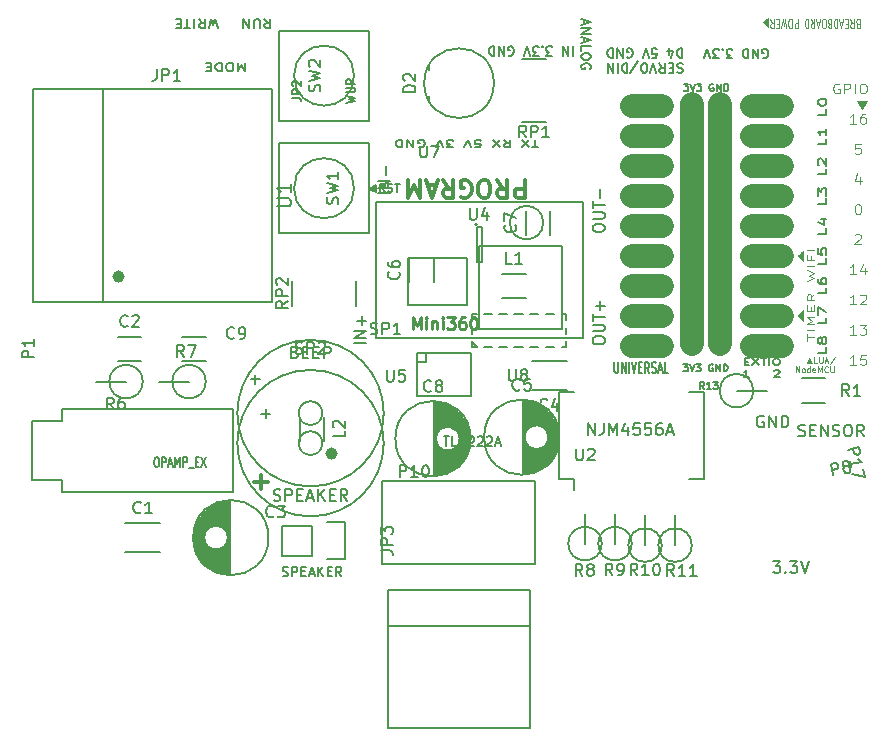
<source format=gbr>
G04 #@! TF.FileFunction,Legend,Top*
%FSLAX46Y46*%
G04 Gerber Fmt 4.6, Leading zero omitted, Abs format (unit mm)*
G04 Created by KiCad (PCBNEW 4.0.2+dfsg1-stable) date 2016年08月04日 20時34分36秒*
%MOMM*%
G01*
G04 APERTURE LIST*
%ADD10C,0.100000*%
%ADD11C,0.175000*%
%ADD12C,0.200000*%
%ADD13C,0.150000*%
%ADD14C,0.500000*%
%ADD15C,0.125000*%
%ADD16C,2.000000*%
%ADD17C,0.250000*%
%ADD18C,0.300000*%
%ADD19C,0.170000*%
G04 APERTURE END LIST*
D10*
D11*
X154587371Y-94171333D02*
X154587371Y-94871333D01*
X154287371Y-94371333D01*
X153987371Y-94871333D01*
X153987371Y-94171333D01*
X153387372Y-94871333D02*
X153215943Y-94871333D01*
X153130229Y-94838000D01*
X153044515Y-94771333D01*
X153001657Y-94638000D01*
X153001657Y-94404667D01*
X153044515Y-94271333D01*
X153130229Y-94204667D01*
X153215943Y-94171333D01*
X153387372Y-94171333D01*
X153473086Y-94204667D01*
X153558800Y-94271333D01*
X153601657Y-94404667D01*
X153601657Y-94638000D01*
X153558800Y-94771333D01*
X153473086Y-94838000D01*
X153387372Y-94871333D01*
X152615943Y-94171333D02*
X152615943Y-94871333D01*
X152401658Y-94871333D01*
X152273086Y-94838000D01*
X152187372Y-94771333D01*
X152144515Y-94704667D01*
X152101658Y-94571333D01*
X152101658Y-94471333D01*
X152144515Y-94338000D01*
X152187372Y-94271333D01*
X152273086Y-94204667D01*
X152401658Y-94171333D01*
X152615943Y-94171333D01*
X151715943Y-94538000D02*
X151415943Y-94538000D01*
X151287372Y-94171333D02*
X151715943Y-94171333D01*
X151715943Y-94871333D01*
X151287372Y-94871333D01*
D12*
X183305467Y-90513163D02*
X183305467Y-90894115D01*
X183076895Y-90436972D02*
X183876895Y-90703639D01*
X183076895Y-90970306D01*
X183076895Y-91236972D02*
X183876895Y-91236972D01*
X183076895Y-91694115D01*
X183876895Y-91694115D01*
X183305467Y-92036972D02*
X183305467Y-92417924D01*
X183076895Y-91960781D02*
X183876895Y-92227448D01*
X183076895Y-92494115D01*
X183076895Y-93141734D02*
X183076895Y-92760781D01*
X183876895Y-92760781D01*
X183876895Y-93560781D02*
X183876895Y-93713162D01*
X183838800Y-93789353D01*
X183762610Y-93865543D01*
X183610229Y-93903638D01*
X183343562Y-93903638D01*
X183191181Y-93865543D01*
X183114990Y-93789353D01*
X183076895Y-93713162D01*
X183076895Y-93560781D01*
X183114990Y-93484591D01*
X183191181Y-93408400D01*
X183343562Y-93370305D01*
X183610229Y-93370305D01*
X183762610Y-93408400D01*
X183838800Y-93484591D01*
X183876895Y-93560781D01*
X183838800Y-94665543D02*
X183876895Y-94589352D01*
X183876895Y-94475067D01*
X183838800Y-94360781D01*
X183762610Y-94284590D01*
X183686419Y-94246495D01*
X183534038Y-94208400D01*
X183419752Y-94208400D01*
X183267371Y-94246495D01*
X183191181Y-94284590D01*
X183114990Y-94360781D01*
X183076895Y-94475067D01*
X183076895Y-94551257D01*
X183114990Y-94665543D01*
X183153086Y-94703638D01*
X183419752Y-94703638D01*
X183419752Y-94551257D01*
D13*
X191773656Y-95937429D02*
X192145085Y-95937429D01*
X191945085Y-96166000D01*
X192030799Y-96166000D01*
X192087942Y-96194571D01*
X192116513Y-96223143D01*
X192145085Y-96280286D01*
X192145085Y-96423143D01*
X192116513Y-96480286D01*
X192087942Y-96508857D01*
X192030799Y-96537429D01*
X191859371Y-96537429D01*
X191802228Y-96508857D01*
X191773656Y-96480286D01*
X192316514Y-95937429D02*
X192516514Y-96537429D01*
X192716514Y-95937429D01*
X192859371Y-95937429D02*
X193230800Y-95937429D01*
X193030800Y-96166000D01*
X193116514Y-96166000D01*
X193173657Y-96194571D01*
X193202228Y-96223143D01*
X193230800Y-96280286D01*
X193230800Y-96423143D01*
X193202228Y-96480286D01*
X193173657Y-96508857D01*
X193116514Y-96537429D01*
X192945086Y-96537429D01*
X192887943Y-96508857D01*
X192859371Y-96480286D01*
X194259372Y-95966000D02*
X194202229Y-95937429D01*
X194116515Y-95937429D01*
X194030800Y-95966000D01*
X193973658Y-96023143D01*
X193945086Y-96080286D01*
X193916515Y-96194571D01*
X193916515Y-96280286D01*
X193945086Y-96394571D01*
X193973658Y-96451714D01*
X194030800Y-96508857D01*
X194116515Y-96537429D01*
X194173658Y-96537429D01*
X194259372Y-96508857D01*
X194287943Y-96480286D01*
X194287943Y-96280286D01*
X194173658Y-96280286D01*
X194545086Y-96537429D02*
X194545086Y-95937429D01*
X194887943Y-96537429D01*
X194887943Y-95937429D01*
X195173657Y-96537429D02*
X195173657Y-95937429D01*
X195316514Y-95937429D01*
X195402229Y-95966000D01*
X195459371Y-96023143D01*
X195487943Y-96080286D01*
X195516514Y-96194571D01*
X195516514Y-96280286D01*
X195487943Y-96394571D01*
X195459371Y-96451714D01*
X195402229Y-96508857D01*
X195316514Y-96537429D01*
X195173657Y-96537429D01*
D10*
X202190647Y-119537981D02*
X202190647Y-119561790D01*
X202214456Y-119490362D02*
X202214456Y-119561790D01*
X202238266Y-119442743D02*
X202238266Y-119561790D01*
X202262075Y-119395124D02*
X202262075Y-119561790D01*
X202285885Y-119371314D02*
X202285885Y-119561790D01*
X202309694Y-119323695D02*
X202309694Y-119561790D01*
X202333504Y-119276076D02*
X202333504Y-119561790D01*
X202357313Y-119228457D02*
X202357313Y-119561790D01*
X202381123Y-119180838D02*
X202381123Y-119561790D01*
X202404932Y-119228457D02*
X202404932Y-119561790D01*
X202428742Y-119276076D02*
X202428742Y-119561790D01*
X202452551Y-119323695D02*
X202452551Y-119561790D01*
X202476361Y-119371314D02*
X202476361Y-119561790D01*
X202500170Y-119395124D02*
X202500170Y-119561790D01*
X202523980Y-119442743D02*
X202523980Y-119561790D01*
X202547789Y-119490362D02*
X202547789Y-119561790D01*
X202571599Y-119561790D02*
X202381123Y-119204648D01*
X202190647Y-119561790D01*
X202571599Y-119537981D02*
X202571599Y-119561790D01*
X202381123Y-119180838D02*
X202595409Y-119561790D01*
X202166837Y-119561790D01*
X202381123Y-119180838D01*
X203047790Y-119561790D02*
X202809695Y-119561790D01*
X202809695Y-119061790D01*
X203214457Y-119061790D02*
X203214457Y-119466552D01*
X203238266Y-119514171D01*
X203262076Y-119537981D01*
X203309695Y-119561790D01*
X203404933Y-119561790D01*
X203452552Y-119537981D01*
X203476361Y-119514171D01*
X203500171Y-119466552D01*
X203500171Y-119061790D01*
X203714457Y-119418933D02*
X203952552Y-119418933D01*
X203666838Y-119561790D02*
X203833505Y-119061790D01*
X204000171Y-119561790D01*
X204523980Y-119037981D02*
X204095409Y-119680838D01*
X201238266Y-120361790D02*
X201238266Y-119861790D01*
X201523980Y-120361790D01*
X201523980Y-119861790D01*
X201833504Y-120361790D02*
X201785885Y-120337981D01*
X201762076Y-120314171D01*
X201738266Y-120266552D01*
X201738266Y-120123695D01*
X201762076Y-120076076D01*
X201785885Y-120052267D01*
X201833504Y-120028457D01*
X201904933Y-120028457D01*
X201952552Y-120052267D01*
X201976361Y-120076076D01*
X202000171Y-120123695D01*
X202000171Y-120266552D01*
X201976361Y-120314171D01*
X201952552Y-120337981D01*
X201904933Y-120361790D01*
X201833504Y-120361790D01*
X202428742Y-120361790D02*
X202428742Y-119861790D01*
X202428742Y-120337981D02*
X202381123Y-120361790D01*
X202285885Y-120361790D01*
X202238266Y-120337981D01*
X202214457Y-120314171D01*
X202190647Y-120266552D01*
X202190647Y-120123695D01*
X202214457Y-120076076D01*
X202238266Y-120052267D01*
X202285885Y-120028457D01*
X202381123Y-120028457D01*
X202428742Y-120052267D01*
X202857314Y-120337981D02*
X202809695Y-120361790D01*
X202714457Y-120361790D01*
X202666838Y-120337981D01*
X202643028Y-120290362D01*
X202643028Y-120099886D01*
X202666838Y-120052267D01*
X202714457Y-120028457D01*
X202809695Y-120028457D01*
X202857314Y-120052267D01*
X202881123Y-120099886D01*
X202881123Y-120147505D01*
X202643028Y-120195124D01*
X203095409Y-120361790D02*
X203095409Y-119861790D01*
X203262075Y-120218933D01*
X203428742Y-119861790D01*
X203428742Y-120361790D01*
X203952552Y-120314171D02*
X203928742Y-120337981D01*
X203857314Y-120361790D01*
X203809695Y-120361790D01*
X203738266Y-120337981D01*
X203690647Y-120290362D01*
X203666838Y-120242743D01*
X203643028Y-120147505D01*
X203643028Y-120076076D01*
X203666838Y-119980838D01*
X203690647Y-119933219D01*
X203738266Y-119885600D01*
X203809695Y-119861790D01*
X203857314Y-119861790D01*
X203928742Y-119885600D01*
X203952552Y-119909410D01*
X204166838Y-119861790D02*
X204166838Y-120266552D01*
X204190647Y-120314171D01*
X204214457Y-120337981D01*
X204262076Y-120361790D01*
X204357314Y-120361790D01*
X204404933Y-120337981D01*
X204428742Y-120314171D01*
X204452552Y-120266552D01*
X204452552Y-119861790D01*
X204914286Y-95958000D02*
X204828572Y-95918000D01*
X204700001Y-95918000D01*
X204571429Y-95958000D01*
X204485715Y-96038000D01*
X204442858Y-96118000D01*
X204400001Y-96278000D01*
X204400001Y-96398000D01*
X204442858Y-96558000D01*
X204485715Y-96638000D01*
X204571429Y-96718000D01*
X204700001Y-96758000D01*
X204785715Y-96758000D01*
X204914286Y-96718000D01*
X204957143Y-96678000D01*
X204957143Y-96398000D01*
X204785715Y-96398000D01*
X205342858Y-96758000D02*
X205342858Y-95918000D01*
X205685715Y-95918000D01*
X205771429Y-95958000D01*
X205814286Y-95998000D01*
X205857143Y-96078000D01*
X205857143Y-96198000D01*
X205814286Y-96278000D01*
X205771429Y-96318000D01*
X205685715Y-96358000D01*
X205342858Y-96358000D01*
X206242858Y-96758000D02*
X206242858Y-95918000D01*
X206842857Y-95918000D02*
X207014286Y-95918000D01*
X207100000Y-95958000D01*
X207185714Y-96038000D01*
X207228572Y-96198000D01*
X207228572Y-96478000D01*
X207185714Y-96638000D01*
X207100000Y-96718000D01*
X207014286Y-96758000D01*
X206842857Y-96758000D01*
X206757143Y-96718000D01*
X206671429Y-96638000D01*
X206628572Y-96478000D01*
X206628572Y-96198000D01*
X206671429Y-96038000D01*
X206757143Y-95958000D01*
X206842857Y-95918000D01*
X207185714Y-97434000D02*
X207185714Y-97394000D01*
X207142857Y-97514000D02*
X207142857Y-97394000D01*
X207100000Y-97594000D02*
X207100000Y-97394000D01*
X207057143Y-97674000D02*
X207057143Y-97394000D01*
X207014285Y-97714000D02*
X207014285Y-97394000D01*
X206971428Y-97794000D02*
X206971428Y-97394000D01*
X206928571Y-97874000D02*
X206928571Y-97394000D01*
X206885714Y-97954000D02*
X206885714Y-97394000D01*
X206842857Y-98034000D02*
X206842857Y-97394000D01*
X206800000Y-97954000D02*
X206800000Y-97394000D01*
X206757143Y-97874000D02*
X206757143Y-97394000D01*
X206714285Y-97794000D02*
X206714285Y-97394000D01*
X206671428Y-97714000D02*
X206671428Y-97394000D01*
X206628571Y-97674000D02*
X206628571Y-97394000D01*
X206585714Y-97594000D02*
X206585714Y-97394000D01*
X206542857Y-97514000D02*
X206542857Y-97394000D01*
X206500000Y-97394000D02*
X206842857Y-97994000D01*
X207185714Y-97394000D01*
X206500000Y-97434000D02*
X206500000Y-97394000D01*
X206842857Y-98034000D02*
X206457143Y-97394000D01*
X207228571Y-97394000D01*
X206842857Y-98034000D01*
X206328571Y-99310000D02*
X205814286Y-99310000D01*
X206071428Y-99310000D02*
X206071428Y-98470000D01*
X205985714Y-98590000D01*
X205900000Y-98670000D01*
X205814286Y-98710000D01*
X207100000Y-98470000D02*
X206928571Y-98470000D01*
X206842857Y-98510000D01*
X206800000Y-98550000D01*
X206714286Y-98670000D01*
X206671429Y-98830000D01*
X206671429Y-99150000D01*
X206714286Y-99230000D01*
X206757143Y-99270000D01*
X206842857Y-99310000D01*
X207014286Y-99310000D01*
X207100000Y-99270000D01*
X207142857Y-99230000D01*
X207185714Y-99150000D01*
X207185714Y-98950000D01*
X207142857Y-98870000D01*
X207100000Y-98830000D01*
X207014286Y-98790000D01*
X206842857Y-98790000D01*
X206757143Y-98830000D01*
X206714286Y-98870000D01*
X206671429Y-98950000D01*
X206714286Y-101022000D02*
X206285715Y-101022000D01*
X206242858Y-101422000D01*
X206285715Y-101382000D01*
X206371429Y-101342000D01*
X206585715Y-101342000D01*
X206671429Y-101382000D01*
X206714286Y-101422000D01*
X206757143Y-101502000D01*
X206757143Y-101702000D01*
X206714286Y-101782000D01*
X206671429Y-101822000D01*
X206585715Y-101862000D01*
X206371429Y-101862000D01*
X206285715Y-101822000D01*
X206242858Y-101782000D01*
X206671429Y-103854000D02*
X206671429Y-104414000D01*
X206457143Y-103534000D02*
X206242858Y-104134000D01*
X206800000Y-104134000D01*
X206457143Y-106126000D02*
X206542858Y-106126000D01*
X206628572Y-106166000D01*
X206671429Y-106206000D01*
X206714286Y-106286000D01*
X206757143Y-106446000D01*
X206757143Y-106646000D01*
X206714286Y-106806000D01*
X206671429Y-106886000D01*
X206628572Y-106926000D01*
X206542858Y-106966000D01*
X206457143Y-106966000D01*
X206371429Y-106926000D01*
X206328572Y-106886000D01*
X206285715Y-106806000D01*
X206242858Y-106646000D01*
X206242858Y-106446000D01*
X206285715Y-106286000D01*
X206328572Y-106206000D01*
X206371429Y-106166000D01*
X206457143Y-106126000D01*
X206242858Y-108758000D02*
X206285715Y-108718000D01*
X206371429Y-108678000D01*
X206585715Y-108678000D01*
X206671429Y-108718000D01*
X206714286Y-108758000D01*
X206757143Y-108838000D01*
X206757143Y-108918000D01*
X206714286Y-109038000D01*
X206200000Y-109518000D01*
X206757143Y-109518000D01*
X206328571Y-112070000D02*
X205814286Y-112070000D01*
X206071428Y-112070000D02*
X206071428Y-111230000D01*
X205985714Y-111350000D01*
X205900000Y-111430000D01*
X205814286Y-111470000D01*
X207100000Y-111510000D02*
X207100000Y-112070000D01*
X206885714Y-111190000D02*
X206671429Y-111790000D01*
X207228571Y-111790000D01*
X206328571Y-114622000D02*
X205814286Y-114622000D01*
X206071428Y-114622000D02*
X206071428Y-113782000D01*
X205985714Y-113902000D01*
X205900000Y-113982000D01*
X205814286Y-114022000D01*
X206671429Y-113862000D02*
X206714286Y-113822000D01*
X206800000Y-113782000D01*
X207014286Y-113782000D01*
X207100000Y-113822000D01*
X207142857Y-113862000D01*
X207185714Y-113942000D01*
X207185714Y-114022000D01*
X207142857Y-114142000D01*
X206628571Y-114622000D01*
X207185714Y-114622000D01*
X206328571Y-117174000D02*
X205814286Y-117174000D01*
X206071428Y-117174000D02*
X206071428Y-116334000D01*
X205985714Y-116454000D01*
X205900000Y-116534000D01*
X205814286Y-116574000D01*
X206628571Y-116334000D02*
X207185714Y-116334000D01*
X206885714Y-116654000D01*
X207014286Y-116654000D01*
X207100000Y-116694000D01*
X207142857Y-116734000D01*
X207185714Y-116814000D01*
X207185714Y-117014000D01*
X207142857Y-117094000D01*
X207100000Y-117134000D01*
X207014286Y-117174000D01*
X206757143Y-117174000D01*
X206671429Y-117134000D01*
X206628571Y-117094000D01*
X206328571Y-119726000D02*
X205814286Y-119726000D01*
X206071428Y-119726000D02*
X206071428Y-118886000D01*
X205985714Y-119006000D01*
X205900000Y-119086000D01*
X205814286Y-119126000D01*
X207142857Y-118886000D02*
X206714286Y-118886000D01*
X206671429Y-119286000D01*
X206714286Y-119246000D01*
X206800000Y-119206000D01*
X207014286Y-119206000D01*
X207100000Y-119246000D01*
X207142857Y-119286000D01*
X207185714Y-119366000D01*
X207185714Y-119566000D01*
X207142857Y-119646000D01*
X207100000Y-119686000D01*
X207014286Y-119726000D01*
X206800000Y-119726000D01*
X206714286Y-119686000D01*
X206671429Y-119646000D01*
D14*
X172734000Y-124841000D02*
G75*
G03X172734000Y-124841000I-268000J0D01*
G01*
D10*
X201829857Y-115934857D02*
X201858429Y-115934857D01*
X201772714Y-115887238D02*
X201858429Y-115887238D01*
X201715571Y-115839619D02*
X201858429Y-115839619D01*
X201658429Y-115792000D02*
X201858429Y-115792000D01*
X201629857Y-115744381D02*
X201858429Y-115744381D01*
X201572714Y-115696762D02*
X201858429Y-115696762D01*
X201515571Y-115649142D02*
X201858429Y-115649142D01*
X201458429Y-115601523D02*
X201858429Y-115601523D01*
X201401286Y-115553904D02*
X201858429Y-115553904D01*
X201458429Y-115506285D02*
X201858429Y-115506285D01*
X201515571Y-115458666D02*
X201858429Y-115458666D01*
X201572714Y-115411047D02*
X201858429Y-115411047D01*
X201629857Y-115363428D02*
X201858429Y-115363428D01*
X201658429Y-115315809D02*
X201858429Y-115315809D01*
X201715571Y-115268190D02*
X201858429Y-115268190D01*
X201772714Y-115220571D02*
X201858429Y-115220571D01*
X201858429Y-115172952D02*
X201429857Y-115553904D01*
X201858429Y-115934857D01*
X201829857Y-115172952D02*
X201858429Y-115172952D01*
X201401286Y-115553904D02*
X201858429Y-115125333D01*
X201858429Y-115982476D01*
X201401286Y-115553904D01*
X201829857Y-110887237D02*
X201858429Y-110887237D01*
X201772714Y-110839618D02*
X201858429Y-110839618D01*
X201715571Y-110791999D02*
X201858429Y-110791999D01*
X201658429Y-110744380D02*
X201858429Y-110744380D01*
X201629857Y-110696761D02*
X201858429Y-110696761D01*
X201572714Y-110649142D02*
X201858429Y-110649142D01*
X201515571Y-110601522D02*
X201858429Y-110601522D01*
X201458429Y-110553903D02*
X201858429Y-110553903D01*
X201401286Y-110506284D02*
X201858429Y-110506284D01*
X201458429Y-110458665D02*
X201858429Y-110458665D01*
X201515571Y-110411046D02*
X201858429Y-110411046D01*
X201572714Y-110363427D02*
X201858429Y-110363427D01*
X201629857Y-110315808D02*
X201858429Y-110315808D01*
X201658429Y-110268189D02*
X201858429Y-110268189D01*
X201715571Y-110220570D02*
X201858429Y-110220570D01*
X201772714Y-110172951D02*
X201858429Y-110172951D01*
X201858429Y-110125332D02*
X201429857Y-110506284D01*
X201858429Y-110887237D01*
X201829857Y-110125332D02*
X201858429Y-110125332D01*
X201401286Y-110506284D02*
X201858429Y-110077713D01*
X201858429Y-110934856D01*
X201401286Y-110506284D01*
X202198429Y-117696761D02*
X202198429Y-117125332D01*
X202798429Y-117411047D02*
X202198429Y-117411047D01*
X202798429Y-116791999D02*
X202198429Y-116791999D01*
X202798429Y-116315809D02*
X202198429Y-116315809D01*
X202627000Y-115982475D01*
X202198429Y-115649142D01*
X202798429Y-115649142D01*
X202484143Y-115172952D02*
X202484143Y-114839618D01*
X202798429Y-114696761D02*
X202798429Y-115172952D01*
X202198429Y-115172952D01*
X202198429Y-114696761D01*
X202798429Y-113696761D02*
X202512714Y-114030095D01*
X202798429Y-114268190D02*
X202198429Y-114268190D01*
X202198429Y-113887237D01*
X202227000Y-113791999D01*
X202255571Y-113744380D01*
X202312714Y-113696761D01*
X202398429Y-113696761D01*
X202455571Y-113744380D01*
X202484143Y-113791999D01*
X202512714Y-113887237D01*
X202512714Y-114268190D01*
X202198429Y-112601523D02*
X202798429Y-112363428D01*
X202369857Y-112172951D01*
X202798429Y-111982475D01*
X202198429Y-111744380D01*
X202798429Y-111363428D02*
X202198429Y-111363428D01*
X202484143Y-110553904D02*
X202484143Y-110887238D01*
X202798429Y-110887238D02*
X202198429Y-110887238D01*
X202198429Y-110411047D01*
X202798429Y-110030095D02*
X202198429Y-110030095D01*
D15*
X206469762Y-90862143D02*
X206398333Y-90824048D01*
X206374524Y-90785952D01*
X206350714Y-90709762D01*
X206350714Y-90595476D01*
X206374524Y-90519286D01*
X206398333Y-90481190D01*
X206445952Y-90443095D01*
X206636428Y-90443095D01*
X206636428Y-91243095D01*
X206469762Y-91243095D01*
X206422143Y-91205000D01*
X206398333Y-91166905D01*
X206374524Y-91090714D01*
X206374524Y-91014524D01*
X206398333Y-90938333D01*
X206422143Y-90900238D01*
X206469762Y-90862143D01*
X206636428Y-90862143D01*
X205850714Y-90443095D02*
X206017381Y-90824048D01*
X206136428Y-90443095D02*
X206136428Y-91243095D01*
X205945952Y-91243095D01*
X205898333Y-91205000D01*
X205874524Y-91166905D01*
X205850714Y-91090714D01*
X205850714Y-90976429D01*
X205874524Y-90900238D01*
X205898333Y-90862143D01*
X205945952Y-90824048D01*
X206136428Y-90824048D01*
X205636428Y-90862143D02*
X205469762Y-90862143D01*
X205398333Y-90443095D02*
X205636428Y-90443095D01*
X205636428Y-91243095D01*
X205398333Y-91243095D01*
X205207857Y-90671667D02*
X204969762Y-90671667D01*
X205255476Y-90443095D02*
X205088809Y-91243095D01*
X204922143Y-90443095D01*
X204755476Y-90443095D02*
X204755476Y-91243095D01*
X204636429Y-91243095D01*
X204565000Y-91205000D01*
X204517381Y-91128810D01*
X204493572Y-91052619D01*
X204469762Y-90900238D01*
X204469762Y-90785952D01*
X204493572Y-90633571D01*
X204517381Y-90557381D01*
X204565000Y-90481190D01*
X204636429Y-90443095D01*
X204755476Y-90443095D01*
X204088810Y-90862143D02*
X204017381Y-90824048D01*
X203993572Y-90785952D01*
X203969762Y-90709762D01*
X203969762Y-90595476D01*
X203993572Y-90519286D01*
X204017381Y-90481190D01*
X204065000Y-90443095D01*
X204255476Y-90443095D01*
X204255476Y-91243095D01*
X204088810Y-91243095D01*
X204041191Y-91205000D01*
X204017381Y-91166905D01*
X203993572Y-91090714D01*
X203993572Y-91014524D01*
X204017381Y-90938333D01*
X204041191Y-90900238D01*
X204088810Y-90862143D01*
X204255476Y-90862143D01*
X203660238Y-91243095D02*
X203565000Y-91243095D01*
X203517381Y-91205000D01*
X203469762Y-91128810D01*
X203445953Y-90976429D01*
X203445953Y-90709762D01*
X203469762Y-90557381D01*
X203517381Y-90481190D01*
X203565000Y-90443095D01*
X203660238Y-90443095D01*
X203707857Y-90481190D01*
X203755476Y-90557381D01*
X203779286Y-90709762D01*
X203779286Y-90976429D01*
X203755476Y-91128810D01*
X203707857Y-91205000D01*
X203660238Y-91243095D01*
X203255476Y-90671667D02*
X203017381Y-90671667D01*
X203303095Y-90443095D02*
X203136428Y-91243095D01*
X202969762Y-90443095D01*
X202517381Y-90443095D02*
X202684048Y-90824048D01*
X202803095Y-90443095D02*
X202803095Y-91243095D01*
X202612619Y-91243095D01*
X202565000Y-91205000D01*
X202541191Y-91166905D01*
X202517381Y-91090714D01*
X202517381Y-90976429D01*
X202541191Y-90900238D01*
X202565000Y-90862143D01*
X202612619Y-90824048D01*
X202803095Y-90824048D01*
X202303095Y-90443095D02*
X202303095Y-91243095D01*
X202184048Y-91243095D01*
X202112619Y-91205000D01*
X202065000Y-91128810D01*
X202041191Y-91052619D01*
X202017381Y-90900238D01*
X202017381Y-90785952D01*
X202041191Y-90633571D01*
X202065000Y-90557381D01*
X202112619Y-90481190D01*
X202184048Y-90443095D01*
X202303095Y-90443095D01*
X201422143Y-90443095D02*
X201422143Y-91243095D01*
X201231667Y-91243095D01*
X201184048Y-91205000D01*
X201160239Y-91166905D01*
X201136429Y-91090714D01*
X201136429Y-90976429D01*
X201160239Y-90900238D01*
X201184048Y-90862143D01*
X201231667Y-90824048D01*
X201422143Y-90824048D01*
X200826905Y-91243095D02*
X200731667Y-91243095D01*
X200684048Y-91205000D01*
X200636429Y-91128810D01*
X200612620Y-90976429D01*
X200612620Y-90709762D01*
X200636429Y-90557381D01*
X200684048Y-90481190D01*
X200731667Y-90443095D01*
X200826905Y-90443095D01*
X200874524Y-90481190D01*
X200922143Y-90557381D01*
X200945953Y-90709762D01*
X200945953Y-90976429D01*
X200922143Y-91128810D01*
X200874524Y-91205000D01*
X200826905Y-91243095D01*
X200445952Y-91243095D02*
X200326905Y-90443095D01*
X200231667Y-91014524D01*
X200136429Y-90443095D01*
X200017381Y-91243095D01*
X199826904Y-90862143D02*
X199660238Y-90862143D01*
X199588809Y-90443095D02*
X199826904Y-90443095D01*
X199826904Y-91243095D01*
X199588809Y-91243095D01*
X199088809Y-90443095D02*
X199255476Y-90824048D01*
X199374523Y-90443095D02*
X199374523Y-91243095D01*
X199184047Y-91243095D01*
X199136428Y-91205000D01*
X199112619Y-91166905D01*
X199088809Y-91090714D01*
X199088809Y-90976429D01*
X199112619Y-90900238D01*
X199136428Y-90862143D01*
X199184047Y-90824048D01*
X199374523Y-90824048D01*
X198850714Y-91052619D02*
X198850714Y-90443095D01*
X198826904Y-91014524D02*
X198826904Y-90481190D01*
X198803095Y-91014524D02*
X198803095Y-90481190D01*
X198779285Y-90976429D02*
X198779285Y-90519286D01*
X198755476Y-90976429D02*
X198755476Y-90519286D01*
X198731666Y-90938333D02*
X198731666Y-90557381D01*
X198707857Y-90938333D02*
X198707857Y-90557381D01*
X198684047Y-90900238D02*
X198684047Y-90595476D01*
X198660238Y-90862143D02*
X198660238Y-90633571D01*
X198636428Y-90862143D02*
X198636428Y-90633571D01*
X198612619Y-90824048D02*
X198612619Y-90671667D01*
X198588809Y-90824048D02*
X198588809Y-90671667D01*
X198565000Y-90747857D02*
X198541190Y-90747857D01*
X198565000Y-90785952D02*
X198565000Y-90709762D01*
X198874523Y-91052619D02*
X198517381Y-90747857D01*
X198874523Y-90443095D01*
X198493571Y-90747857D02*
X198874523Y-90405000D01*
X198874523Y-91090714D01*
X198493571Y-90747857D01*
D12*
X182358857Y-92754495D02*
X182358857Y-93554495D01*
X181977905Y-92754495D02*
X181977905Y-93554495D01*
X181520762Y-92754495D01*
X181520762Y-93554495D01*
X180606476Y-93554495D02*
X180111238Y-93554495D01*
X180377905Y-93249733D01*
X180263619Y-93249733D01*
X180187429Y-93211638D01*
X180149333Y-93173543D01*
X180111238Y-93097352D01*
X180111238Y-92906876D01*
X180149333Y-92830686D01*
X180187429Y-92792590D01*
X180263619Y-92754495D01*
X180492191Y-92754495D01*
X180568381Y-92792590D01*
X180606476Y-92830686D01*
X179768381Y-92830686D02*
X179730286Y-92792590D01*
X179768381Y-92754495D01*
X179806476Y-92792590D01*
X179768381Y-92830686D01*
X179768381Y-92754495D01*
X179463619Y-93554495D02*
X178968381Y-93554495D01*
X179235048Y-93249733D01*
X179120762Y-93249733D01*
X179044572Y-93211638D01*
X179006476Y-93173543D01*
X178968381Y-93097352D01*
X178968381Y-92906876D01*
X179006476Y-92830686D01*
X179044572Y-92792590D01*
X179120762Y-92754495D01*
X179349334Y-92754495D01*
X179425524Y-92792590D01*
X179463619Y-92830686D01*
X178739810Y-93554495D02*
X178473143Y-92754495D01*
X178206476Y-93554495D01*
X176911238Y-93516400D02*
X176987429Y-93554495D01*
X177101714Y-93554495D01*
X177216000Y-93516400D01*
X177292191Y-93440210D01*
X177330286Y-93364019D01*
X177368381Y-93211638D01*
X177368381Y-93097352D01*
X177330286Y-92944971D01*
X177292191Y-92868781D01*
X177216000Y-92792590D01*
X177101714Y-92754495D01*
X177025524Y-92754495D01*
X176911238Y-92792590D01*
X176873143Y-92830686D01*
X176873143Y-93097352D01*
X177025524Y-93097352D01*
X176530286Y-92754495D02*
X176530286Y-93554495D01*
X176073143Y-92754495D01*
X176073143Y-93554495D01*
X175692191Y-92754495D02*
X175692191Y-93554495D01*
X175501715Y-93554495D01*
X175387429Y-93516400D01*
X175311238Y-93440210D01*
X175273143Y-93364019D01*
X175235048Y-93211638D01*
X175235048Y-93097352D01*
X175273143Y-92944971D01*
X175311238Y-92868781D01*
X175387429Y-92792590D01*
X175501715Y-92754495D01*
X175692191Y-92754495D01*
X198424523Y-93745000D02*
X198500714Y-93783095D01*
X198614999Y-93783095D01*
X198729285Y-93745000D01*
X198805476Y-93668810D01*
X198843571Y-93592619D01*
X198881666Y-93440238D01*
X198881666Y-93325952D01*
X198843571Y-93173571D01*
X198805476Y-93097381D01*
X198729285Y-93021190D01*
X198614999Y-92983095D01*
X198538809Y-92983095D01*
X198424523Y-93021190D01*
X198386428Y-93059286D01*
X198386428Y-93325952D01*
X198538809Y-93325952D01*
X198043571Y-92983095D02*
X198043571Y-93783095D01*
X197586428Y-92983095D01*
X197586428Y-93783095D01*
X197205476Y-92983095D02*
X197205476Y-93783095D01*
X197015000Y-93783095D01*
X196900714Y-93745000D01*
X196824523Y-93668810D01*
X196786428Y-93592619D01*
X196748333Y-93440238D01*
X196748333Y-93325952D01*
X196786428Y-93173571D01*
X196824523Y-93097381D01*
X196900714Y-93021190D01*
X197015000Y-92983095D01*
X197205476Y-92983095D01*
X195872142Y-93783095D02*
X195376904Y-93783095D01*
X195643571Y-93478333D01*
X195529285Y-93478333D01*
X195453095Y-93440238D01*
X195414999Y-93402143D01*
X195376904Y-93325952D01*
X195376904Y-93135476D01*
X195414999Y-93059286D01*
X195453095Y-93021190D01*
X195529285Y-92983095D01*
X195757857Y-92983095D01*
X195834047Y-93021190D01*
X195872142Y-93059286D01*
X195034047Y-93059286D02*
X194995952Y-93021190D01*
X195034047Y-92983095D01*
X195072142Y-93021190D01*
X195034047Y-93059286D01*
X195034047Y-92983095D01*
X194729285Y-93783095D02*
X194234047Y-93783095D01*
X194500714Y-93478333D01*
X194386428Y-93478333D01*
X194310238Y-93440238D01*
X194272142Y-93402143D01*
X194234047Y-93325952D01*
X194234047Y-93135476D01*
X194272142Y-93059286D01*
X194310238Y-93021190D01*
X194386428Y-92983095D01*
X194615000Y-92983095D01*
X194691190Y-93021190D01*
X194729285Y-93059286D01*
X194005476Y-93783095D02*
X193738809Y-92983095D01*
X193472142Y-93783095D01*
X157778762Y-137610810D02*
X157893048Y-137648905D01*
X158083524Y-137648905D01*
X158159714Y-137610810D01*
X158197810Y-137572714D01*
X158235905Y-137496524D01*
X158235905Y-137420333D01*
X158197810Y-137344143D01*
X158159714Y-137306048D01*
X158083524Y-137267952D01*
X157931143Y-137229857D01*
X157854952Y-137191762D01*
X157816857Y-137153667D01*
X157778762Y-137077476D01*
X157778762Y-137001286D01*
X157816857Y-136925095D01*
X157854952Y-136887000D01*
X157931143Y-136848905D01*
X158121619Y-136848905D01*
X158235905Y-136887000D01*
X158578762Y-137648905D02*
X158578762Y-136848905D01*
X158883524Y-136848905D01*
X158959715Y-136887000D01*
X158997810Y-136925095D01*
X159035905Y-137001286D01*
X159035905Y-137115571D01*
X158997810Y-137191762D01*
X158959715Y-137229857D01*
X158883524Y-137267952D01*
X158578762Y-137267952D01*
X159378762Y-137229857D02*
X159645429Y-137229857D01*
X159759715Y-137648905D02*
X159378762Y-137648905D01*
X159378762Y-136848905D01*
X159759715Y-136848905D01*
X160064477Y-137420333D02*
X160445429Y-137420333D01*
X159988286Y-137648905D02*
X160254953Y-136848905D01*
X160521620Y-137648905D01*
X160788286Y-137648905D02*
X160788286Y-136848905D01*
X161245429Y-137648905D02*
X160902572Y-137191762D01*
X161245429Y-136848905D02*
X160788286Y-137306048D01*
X161588286Y-137229857D02*
X161854953Y-137229857D01*
X161969239Y-137648905D02*
X161588286Y-137648905D01*
X161588286Y-136848905D01*
X161969239Y-136848905D01*
X162769239Y-137648905D02*
X162502572Y-137267952D01*
X162312096Y-137648905D02*
X162312096Y-136848905D01*
X162616858Y-136848905D01*
X162693049Y-136887000D01*
X162731144Y-136925095D01*
X162769239Y-137001286D01*
X162769239Y-137115571D01*
X162731144Y-137191762D01*
X162693049Y-137229857D01*
X162616858Y-137267952D01*
X162312096Y-137267952D01*
X199310810Y-136358381D02*
X199929858Y-136358381D01*
X199596524Y-136739333D01*
X199739382Y-136739333D01*
X199834620Y-136786952D01*
X199882239Y-136834571D01*
X199929858Y-136929810D01*
X199929858Y-137167905D01*
X199882239Y-137263143D01*
X199834620Y-137310762D01*
X199739382Y-137358381D01*
X199453667Y-137358381D01*
X199358429Y-137310762D01*
X199310810Y-137263143D01*
X200358429Y-137263143D02*
X200406048Y-137310762D01*
X200358429Y-137358381D01*
X200310810Y-137310762D01*
X200358429Y-137263143D01*
X200358429Y-137358381D01*
X200739381Y-136358381D02*
X201358429Y-136358381D01*
X201025095Y-136739333D01*
X201167953Y-136739333D01*
X201263191Y-136786952D01*
X201310810Y-136834571D01*
X201358429Y-136929810D01*
X201358429Y-137167905D01*
X201310810Y-137263143D01*
X201263191Y-137310762D01*
X201167953Y-137358381D01*
X200882238Y-137358381D01*
X200787000Y-137310762D01*
X200739381Y-137263143D01*
X201644143Y-136358381D02*
X201977476Y-137358381D01*
X202310810Y-136358381D01*
D16*
X197485000Y-97790000D02*
X200025000Y-97790000D01*
X197485000Y-100330000D02*
X200025000Y-100330000D01*
X187325000Y-115570000D02*
X189865000Y-115570000D01*
X187325000Y-118110000D02*
X189865000Y-118110000D01*
D14*
X162193000Y-127254000D02*
G75*
G03X162193000Y-127254000I-268000J0D01*
G01*
X144159000Y-112268000D02*
G75*
G03X144159000Y-112268000I-268000J0D01*
G01*
D12*
X171424904Y-125799905D02*
X171882047Y-125799905D01*
X171653476Y-126599905D02*
X171653476Y-125799905D01*
X172529667Y-126599905D02*
X172148714Y-126599905D01*
X172148714Y-125799905D01*
X172796333Y-126599905D02*
X172796333Y-125799905D01*
X173101095Y-125799905D01*
X173177286Y-125838000D01*
X173215381Y-125876095D01*
X173253476Y-125952286D01*
X173253476Y-126066571D01*
X173215381Y-126142762D01*
X173177286Y-126180857D01*
X173101095Y-126218952D01*
X172796333Y-126218952D01*
X173558238Y-125876095D02*
X173596333Y-125838000D01*
X173672524Y-125799905D01*
X173863000Y-125799905D01*
X173939190Y-125838000D01*
X173977286Y-125876095D01*
X174015381Y-125952286D01*
X174015381Y-126028476D01*
X173977286Y-126142762D01*
X173520143Y-126599905D01*
X174015381Y-126599905D01*
X174320143Y-125876095D02*
X174358238Y-125838000D01*
X174434429Y-125799905D01*
X174624905Y-125799905D01*
X174701095Y-125838000D01*
X174739191Y-125876095D01*
X174777286Y-125952286D01*
X174777286Y-126028476D01*
X174739191Y-126142762D01*
X174282048Y-126599905D01*
X174777286Y-126599905D01*
X175082048Y-125876095D02*
X175120143Y-125838000D01*
X175196334Y-125799905D01*
X175386810Y-125799905D01*
X175463000Y-125838000D01*
X175501096Y-125876095D01*
X175539191Y-125952286D01*
X175539191Y-126028476D01*
X175501096Y-126142762D01*
X175043953Y-126599905D01*
X175539191Y-126599905D01*
X175843953Y-126371333D02*
X176224905Y-126371333D01*
X175767762Y-126599905D02*
X176034429Y-125799905D01*
X176301096Y-126599905D01*
D13*
X147055143Y-127577905D02*
X147169429Y-127577905D01*
X147226571Y-127616000D01*
X147283714Y-127692190D01*
X147312286Y-127844571D01*
X147312286Y-128111238D01*
X147283714Y-128263619D01*
X147226571Y-128339810D01*
X147169429Y-128377905D01*
X147055143Y-128377905D01*
X146998000Y-128339810D01*
X146940857Y-128263619D01*
X146912286Y-128111238D01*
X146912286Y-127844571D01*
X146940857Y-127692190D01*
X146998000Y-127616000D01*
X147055143Y-127577905D01*
X147569428Y-128377905D02*
X147569428Y-127577905D01*
X147798000Y-127577905D01*
X147855142Y-127616000D01*
X147883714Y-127654095D01*
X147912285Y-127730286D01*
X147912285Y-127844571D01*
X147883714Y-127920762D01*
X147855142Y-127958857D01*
X147798000Y-127996952D01*
X147569428Y-127996952D01*
X148140857Y-128149333D02*
X148426571Y-128149333D01*
X148083714Y-128377905D02*
X148283714Y-127577905D01*
X148483714Y-128377905D01*
X148683714Y-128377905D02*
X148683714Y-127577905D01*
X148883714Y-128149333D01*
X149083714Y-127577905D01*
X149083714Y-128377905D01*
X149369428Y-128377905D02*
X149369428Y-127577905D01*
X149598000Y-127577905D01*
X149655142Y-127616000D01*
X149683714Y-127654095D01*
X149712285Y-127730286D01*
X149712285Y-127844571D01*
X149683714Y-127920762D01*
X149655142Y-127958857D01*
X149598000Y-127996952D01*
X149369428Y-127996952D01*
X149826571Y-128454095D02*
X150283714Y-128454095D01*
X150426571Y-127958857D02*
X150626571Y-127958857D01*
X150712285Y-128377905D02*
X150426571Y-128377905D01*
X150426571Y-127577905D01*
X150712285Y-127577905D01*
X150912285Y-127577905D02*
X151312285Y-128377905D01*
X151312285Y-127577905D02*
X150912285Y-128377905D01*
D12*
X198501096Y-124087000D02*
X198405858Y-124039381D01*
X198263001Y-124039381D01*
X198120143Y-124087000D01*
X198024905Y-124182238D01*
X197977286Y-124277476D01*
X197929667Y-124467952D01*
X197929667Y-124610810D01*
X197977286Y-124801286D01*
X198024905Y-124896524D01*
X198120143Y-124991762D01*
X198263001Y-125039381D01*
X198358239Y-125039381D01*
X198501096Y-124991762D01*
X198548715Y-124944143D01*
X198548715Y-124610810D01*
X198358239Y-124610810D01*
X198977286Y-125039381D02*
X198977286Y-124039381D01*
X199548715Y-125039381D01*
X199548715Y-124039381D01*
X200024905Y-125039381D02*
X200024905Y-124039381D01*
X200263000Y-124039381D01*
X200405858Y-124087000D01*
X200501096Y-124182238D01*
X200548715Y-124277476D01*
X200596334Y-124467952D01*
X200596334Y-124610810D01*
X200548715Y-124801286D01*
X200501096Y-124896524D01*
X200405858Y-124991762D01*
X200263000Y-125039381D01*
X200024905Y-125039381D01*
X201454095Y-125753762D02*
X201596952Y-125801381D01*
X201835048Y-125801381D01*
X201930286Y-125753762D01*
X201977905Y-125706143D01*
X202025524Y-125610905D01*
X202025524Y-125515667D01*
X201977905Y-125420429D01*
X201930286Y-125372810D01*
X201835048Y-125325190D01*
X201644571Y-125277571D01*
X201549333Y-125229952D01*
X201501714Y-125182333D01*
X201454095Y-125087095D01*
X201454095Y-124991857D01*
X201501714Y-124896619D01*
X201549333Y-124849000D01*
X201644571Y-124801381D01*
X201882667Y-124801381D01*
X202025524Y-124849000D01*
X202454095Y-125277571D02*
X202787429Y-125277571D01*
X202930286Y-125801381D02*
X202454095Y-125801381D01*
X202454095Y-124801381D01*
X202930286Y-124801381D01*
X203358857Y-125801381D02*
X203358857Y-124801381D01*
X203930286Y-125801381D01*
X203930286Y-124801381D01*
X204358857Y-125753762D02*
X204501714Y-125801381D01*
X204739810Y-125801381D01*
X204835048Y-125753762D01*
X204882667Y-125706143D01*
X204930286Y-125610905D01*
X204930286Y-125515667D01*
X204882667Y-125420429D01*
X204835048Y-125372810D01*
X204739810Y-125325190D01*
X204549333Y-125277571D01*
X204454095Y-125229952D01*
X204406476Y-125182333D01*
X204358857Y-125087095D01*
X204358857Y-124991857D01*
X204406476Y-124896619D01*
X204454095Y-124849000D01*
X204549333Y-124801381D01*
X204787429Y-124801381D01*
X204930286Y-124849000D01*
X205549333Y-124801381D02*
X205739810Y-124801381D01*
X205835048Y-124849000D01*
X205930286Y-124944238D01*
X205977905Y-125134714D01*
X205977905Y-125468048D01*
X205930286Y-125658524D01*
X205835048Y-125753762D01*
X205739810Y-125801381D01*
X205549333Y-125801381D01*
X205454095Y-125753762D01*
X205358857Y-125658524D01*
X205311238Y-125468048D01*
X205311238Y-125134714D01*
X205358857Y-124944238D01*
X205454095Y-124849000D01*
X205549333Y-124801381D01*
X206977905Y-125801381D02*
X206644571Y-125325190D01*
X206406476Y-125801381D02*
X206406476Y-124801381D01*
X206787429Y-124801381D01*
X206882667Y-124849000D01*
X206930286Y-124896619D01*
X206977905Y-124991857D01*
X206977905Y-125134714D01*
X206930286Y-125229952D01*
X206882667Y-125277571D01*
X206787429Y-125325190D01*
X206406476Y-125325190D01*
D17*
X168823024Y-116720881D02*
X168823024Y-115720881D01*
X169156358Y-116435167D01*
X169489691Y-115720881D01*
X169489691Y-116720881D01*
X169965881Y-116720881D02*
X169965881Y-116054214D01*
X169965881Y-115720881D02*
X169918262Y-115768500D01*
X169965881Y-115816119D01*
X170013500Y-115768500D01*
X169965881Y-115720881D01*
X169965881Y-115816119D01*
X170442071Y-116054214D02*
X170442071Y-116720881D01*
X170442071Y-116149452D02*
X170489690Y-116101833D01*
X170584928Y-116054214D01*
X170727786Y-116054214D01*
X170823024Y-116101833D01*
X170870643Y-116197071D01*
X170870643Y-116720881D01*
X171346833Y-116720881D02*
X171346833Y-116054214D01*
X171346833Y-115720881D02*
X171299214Y-115768500D01*
X171346833Y-115816119D01*
X171394452Y-115768500D01*
X171346833Y-115720881D01*
X171346833Y-115816119D01*
X171727785Y-115720881D02*
X172346833Y-115720881D01*
X172013499Y-116101833D01*
X172156357Y-116101833D01*
X172251595Y-116149452D01*
X172299214Y-116197071D01*
X172346833Y-116292310D01*
X172346833Y-116530405D01*
X172299214Y-116625643D01*
X172251595Y-116673262D01*
X172156357Y-116720881D01*
X171870642Y-116720881D01*
X171775404Y-116673262D01*
X171727785Y-116625643D01*
X173203976Y-115720881D02*
X173013499Y-115720881D01*
X172918261Y-115768500D01*
X172870642Y-115816119D01*
X172775404Y-115958976D01*
X172727785Y-116149452D01*
X172727785Y-116530405D01*
X172775404Y-116625643D01*
X172823023Y-116673262D01*
X172918261Y-116720881D01*
X173108738Y-116720881D01*
X173203976Y-116673262D01*
X173251595Y-116625643D01*
X173299214Y-116530405D01*
X173299214Y-116292310D01*
X173251595Y-116197071D01*
X173203976Y-116149452D01*
X173108738Y-116101833D01*
X172918261Y-116101833D01*
X172823023Y-116149452D01*
X172775404Y-116197071D01*
X172727785Y-116292310D01*
X173918261Y-115720881D02*
X174013500Y-115720881D01*
X174108738Y-115768500D01*
X174156357Y-115816119D01*
X174203976Y-115911357D01*
X174251595Y-116101833D01*
X174251595Y-116339929D01*
X174203976Y-116530405D01*
X174156357Y-116625643D01*
X174108738Y-116673262D01*
X174013500Y-116720881D01*
X173918261Y-116720881D01*
X173823023Y-116673262D01*
X173775404Y-116625643D01*
X173727785Y-116530405D01*
X173680166Y-116339929D01*
X173680166Y-116101833D01*
X173727785Y-115911357D01*
X173775404Y-115816119D01*
X173823023Y-115768500D01*
X173918261Y-115720881D01*
D13*
X185871429Y-119522143D02*
X185871429Y-120250714D01*
X185900001Y-120336429D01*
X185928572Y-120379286D01*
X185985715Y-120422143D01*
X186100001Y-120422143D01*
X186157143Y-120379286D01*
X186185715Y-120336429D01*
X186214286Y-120250714D01*
X186214286Y-119522143D01*
X186500000Y-120422143D02*
X186500000Y-119522143D01*
X186842857Y-120422143D01*
X186842857Y-119522143D01*
X187128571Y-120422143D02*
X187128571Y-119522143D01*
X187328571Y-119522143D02*
X187528571Y-120422143D01*
X187728571Y-119522143D01*
X187928571Y-119950714D02*
X188128571Y-119950714D01*
X188214285Y-120422143D02*
X187928571Y-120422143D01*
X187928571Y-119522143D01*
X188214285Y-119522143D01*
X188814285Y-120422143D02*
X188614285Y-119993571D01*
X188471428Y-120422143D02*
X188471428Y-119522143D01*
X188700000Y-119522143D01*
X188757142Y-119565000D01*
X188785714Y-119607857D01*
X188814285Y-119693571D01*
X188814285Y-119822143D01*
X188785714Y-119907857D01*
X188757142Y-119950714D01*
X188700000Y-119993571D01*
X188471428Y-119993571D01*
X189042857Y-120379286D02*
X189128571Y-120422143D01*
X189271428Y-120422143D01*
X189328571Y-120379286D01*
X189357142Y-120336429D01*
X189385714Y-120250714D01*
X189385714Y-120165000D01*
X189357142Y-120079286D01*
X189328571Y-120036429D01*
X189271428Y-119993571D01*
X189157142Y-119950714D01*
X189100000Y-119907857D01*
X189071428Y-119865000D01*
X189042857Y-119779286D01*
X189042857Y-119693571D01*
X189071428Y-119607857D01*
X189100000Y-119565000D01*
X189157142Y-119522143D01*
X189300000Y-119522143D01*
X189385714Y-119565000D01*
X189614286Y-120165000D02*
X189900000Y-120165000D01*
X189557143Y-120422143D02*
X189757143Y-119522143D01*
X189957143Y-120422143D01*
X190442857Y-120422143D02*
X190157143Y-120422143D01*
X190157143Y-119522143D01*
D18*
X178283571Y-104096429D02*
X178283571Y-105596429D01*
X177712143Y-105596429D01*
X177569285Y-105525000D01*
X177497857Y-105453571D01*
X177426428Y-105310714D01*
X177426428Y-105096429D01*
X177497857Y-104953571D01*
X177569285Y-104882143D01*
X177712143Y-104810714D01*
X178283571Y-104810714D01*
X175926428Y-104096429D02*
X176426428Y-104810714D01*
X176783571Y-104096429D02*
X176783571Y-105596429D01*
X176212143Y-105596429D01*
X176069285Y-105525000D01*
X175997857Y-105453571D01*
X175926428Y-105310714D01*
X175926428Y-105096429D01*
X175997857Y-104953571D01*
X176069285Y-104882143D01*
X176212143Y-104810714D01*
X176783571Y-104810714D01*
X174997857Y-105596429D02*
X174712143Y-105596429D01*
X174569285Y-105525000D01*
X174426428Y-105382143D01*
X174355000Y-105096429D01*
X174355000Y-104596429D01*
X174426428Y-104310714D01*
X174569285Y-104167857D01*
X174712143Y-104096429D01*
X174997857Y-104096429D01*
X175140714Y-104167857D01*
X175283571Y-104310714D01*
X175355000Y-104596429D01*
X175355000Y-105096429D01*
X175283571Y-105382143D01*
X175140714Y-105525000D01*
X174997857Y-105596429D01*
X172926428Y-105525000D02*
X173069285Y-105596429D01*
X173283571Y-105596429D01*
X173497856Y-105525000D01*
X173640714Y-105382143D01*
X173712142Y-105239286D01*
X173783571Y-104953571D01*
X173783571Y-104739286D01*
X173712142Y-104453571D01*
X173640714Y-104310714D01*
X173497856Y-104167857D01*
X173283571Y-104096429D01*
X173140714Y-104096429D01*
X172926428Y-104167857D01*
X172854999Y-104239286D01*
X172854999Y-104739286D01*
X173140714Y-104739286D01*
X171354999Y-104096429D02*
X171854999Y-104810714D01*
X172212142Y-104096429D02*
X172212142Y-105596429D01*
X171640714Y-105596429D01*
X171497856Y-105525000D01*
X171426428Y-105453571D01*
X171354999Y-105310714D01*
X171354999Y-105096429D01*
X171426428Y-104953571D01*
X171497856Y-104882143D01*
X171640714Y-104810714D01*
X172212142Y-104810714D01*
X170783571Y-104525000D02*
X170069285Y-104525000D01*
X170926428Y-104096429D02*
X170426428Y-105596429D01*
X169926428Y-104096429D01*
X169426428Y-104096429D02*
X169426428Y-105596429D01*
X168926428Y-104525000D01*
X168426428Y-105596429D01*
X168426428Y-104096429D01*
D13*
X191722856Y-119686429D02*
X192094285Y-119686429D01*
X191894285Y-119915000D01*
X191979999Y-119915000D01*
X192037142Y-119943571D01*
X192065713Y-119972143D01*
X192094285Y-120029286D01*
X192094285Y-120172143D01*
X192065713Y-120229286D01*
X192037142Y-120257857D01*
X191979999Y-120286429D01*
X191808571Y-120286429D01*
X191751428Y-120257857D01*
X191722856Y-120229286D01*
X192265714Y-119686429D02*
X192465714Y-120286429D01*
X192665714Y-119686429D01*
X192808571Y-119686429D02*
X193180000Y-119686429D01*
X192980000Y-119915000D01*
X193065714Y-119915000D01*
X193122857Y-119943571D01*
X193151428Y-119972143D01*
X193180000Y-120029286D01*
X193180000Y-120172143D01*
X193151428Y-120229286D01*
X193122857Y-120257857D01*
X193065714Y-120286429D01*
X192894286Y-120286429D01*
X192837143Y-120257857D01*
X192808571Y-120229286D01*
X194208572Y-119715000D02*
X194151429Y-119686429D01*
X194065715Y-119686429D01*
X193980000Y-119715000D01*
X193922858Y-119772143D01*
X193894286Y-119829286D01*
X193865715Y-119943571D01*
X193865715Y-120029286D01*
X193894286Y-120143571D01*
X193922858Y-120200714D01*
X193980000Y-120257857D01*
X194065715Y-120286429D01*
X194122858Y-120286429D01*
X194208572Y-120257857D01*
X194237143Y-120229286D01*
X194237143Y-120029286D01*
X194122858Y-120029286D01*
X194494286Y-120286429D02*
X194494286Y-119686429D01*
X194837143Y-120286429D01*
X194837143Y-119686429D01*
X195122857Y-120286429D02*
X195122857Y-119686429D01*
X195265714Y-119686429D01*
X195351429Y-119715000D01*
X195408571Y-119772143D01*
X195437143Y-119829286D01*
X195465714Y-119943571D01*
X195465714Y-120029286D01*
X195437143Y-120143571D01*
X195408571Y-120200714D01*
X195351429Y-120257857D01*
X195265714Y-120286429D01*
X195122857Y-120286429D01*
D18*
X156527428Y-129647143D02*
X155384571Y-129647143D01*
X155956000Y-130218571D02*
X155956000Y-129075714D01*
D13*
X191648952Y-94240390D02*
X191534666Y-94202295D01*
X191344190Y-94202295D01*
X191268000Y-94240390D01*
X191229904Y-94278486D01*
X191191809Y-94354676D01*
X191191809Y-94430867D01*
X191229904Y-94507057D01*
X191268000Y-94545152D01*
X191344190Y-94583248D01*
X191496571Y-94621343D01*
X191572762Y-94659438D01*
X191610857Y-94697533D01*
X191648952Y-94773724D01*
X191648952Y-94849914D01*
X191610857Y-94926105D01*
X191572762Y-94964200D01*
X191496571Y-95002295D01*
X191306095Y-95002295D01*
X191191809Y-94964200D01*
X190848952Y-94621343D02*
X190582285Y-94621343D01*
X190467999Y-94202295D02*
X190848952Y-94202295D01*
X190848952Y-95002295D01*
X190467999Y-95002295D01*
X189667999Y-94202295D02*
X189934666Y-94583248D01*
X190125142Y-94202295D02*
X190125142Y-95002295D01*
X189820380Y-95002295D01*
X189744189Y-94964200D01*
X189706094Y-94926105D01*
X189667999Y-94849914D01*
X189667999Y-94735629D01*
X189706094Y-94659438D01*
X189744189Y-94621343D01*
X189820380Y-94583248D01*
X190125142Y-94583248D01*
X189439428Y-95002295D02*
X189172761Y-94202295D01*
X188906094Y-95002295D01*
X188487047Y-95002295D02*
X188334666Y-95002295D01*
X188258475Y-94964200D01*
X188182285Y-94888010D01*
X188144190Y-94735629D01*
X188144190Y-94468962D01*
X188182285Y-94316581D01*
X188258475Y-94240390D01*
X188334666Y-94202295D01*
X188487047Y-94202295D01*
X188563237Y-94240390D01*
X188639428Y-94316581D01*
X188677523Y-94468962D01*
X188677523Y-94735629D01*
X188639428Y-94888010D01*
X188563237Y-94964200D01*
X188487047Y-95002295D01*
X187229904Y-95040390D02*
X187915619Y-94011819D01*
X186963238Y-94202295D02*
X186963238Y-95002295D01*
X186772762Y-95002295D01*
X186658476Y-94964200D01*
X186582285Y-94888010D01*
X186544190Y-94811819D01*
X186506095Y-94659438D01*
X186506095Y-94545152D01*
X186544190Y-94392771D01*
X186582285Y-94316581D01*
X186658476Y-94240390D01*
X186772762Y-94202295D01*
X186963238Y-94202295D01*
X186163238Y-94202295D02*
X186163238Y-95002295D01*
X185782286Y-94202295D02*
X185782286Y-95002295D01*
X185325143Y-94202295D01*
X185325143Y-95002295D01*
X191610857Y-92932295D02*
X191610857Y-93732295D01*
X191420381Y-93732295D01*
X191306095Y-93694200D01*
X191229904Y-93618010D01*
X191191809Y-93541819D01*
X191153714Y-93389438D01*
X191153714Y-93275152D01*
X191191809Y-93122771D01*
X191229904Y-93046581D01*
X191306095Y-92970390D01*
X191420381Y-92932295D01*
X191610857Y-92932295D01*
X190468000Y-93465629D02*
X190468000Y-92932295D01*
X190658476Y-93770390D02*
X190848952Y-93198962D01*
X190353714Y-93198962D01*
X189058475Y-93732295D02*
X189439428Y-93732295D01*
X189477523Y-93351343D01*
X189439428Y-93389438D01*
X189363237Y-93427533D01*
X189172761Y-93427533D01*
X189096571Y-93389438D01*
X189058475Y-93351343D01*
X189020380Y-93275152D01*
X189020380Y-93084676D01*
X189058475Y-93008486D01*
X189096571Y-92970390D01*
X189172761Y-92932295D01*
X189363237Y-92932295D01*
X189439428Y-92970390D01*
X189477523Y-93008486D01*
X188791809Y-93732295D02*
X188525142Y-92932295D01*
X188258475Y-93732295D01*
X186963237Y-93694200D02*
X187039428Y-93732295D01*
X187153713Y-93732295D01*
X187267999Y-93694200D01*
X187344190Y-93618010D01*
X187382285Y-93541819D01*
X187420380Y-93389438D01*
X187420380Y-93275152D01*
X187382285Y-93122771D01*
X187344190Y-93046581D01*
X187267999Y-92970390D01*
X187153713Y-92932295D01*
X187077523Y-92932295D01*
X186963237Y-92970390D01*
X186925142Y-93008486D01*
X186925142Y-93275152D01*
X187077523Y-93275152D01*
X186582285Y-92932295D02*
X186582285Y-93732295D01*
X186125142Y-92932295D01*
X186125142Y-93732295D01*
X185744190Y-92932295D02*
X185744190Y-93732295D01*
X185553714Y-93732295D01*
X185439428Y-93694200D01*
X185363237Y-93618010D01*
X185325142Y-93541819D01*
X185287047Y-93389438D01*
X185287047Y-93275152D01*
X185325142Y-93122771D01*
X185363237Y-93046581D01*
X185439428Y-92970390D01*
X185553714Y-92932295D01*
X185744190Y-92932295D01*
D11*
X152295000Y-91188333D02*
X152080714Y-90488333D01*
X151909285Y-90988333D01*
X151737857Y-90488333D01*
X151523571Y-91188333D01*
X150666429Y-90488333D02*
X150966429Y-90821667D01*
X151180714Y-90488333D02*
X151180714Y-91188333D01*
X150837857Y-91188333D01*
X150752143Y-91155000D01*
X150709286Y-91121667D01*
X150666429Y-91055000D01*
X150666429Y-90955000D01*
X150709286Y-90888333D01*
X150752143Y-90855000D01*
X150837857Y-90821667D01*
X151180714Y-90821667D01*
X150280714Y-90488333D02*
X150280714Y-91188333D01*
X149980715Y-91188333D02*
X149466429Y-91188333D01*
X149723572Y-90488333D02*
X149723572Y-91188333D01*
X149166429Y-90855000D02*
X148866429Y-90855000D01*
X148737858Y-90488333D02*
X149166429Y-90488333D01*
X149166429Y-91188333D01*
X148737858Y-91188333D01*
X156239286Y-90488333D02*
X156539286Y-90821667D01*
X156753571Y-90488333D02*
X156753571Y-91188333D01*
X156410714Y-91188333D01*
X156325000Y-91155000D01*
X156282143Y-91121667D01*
X156239286Y-91055000D01*
X156239286Y-90955000D01*
X156282143Y-90888333D01*
X156325000Y-90855000D01*
X156410714Y-90821667D01*
X156753571Y-90821667D01*
X155853571Y-91188333D02*
X155853571Y-90621667D01*
X155810714Y-90555000D01*
X155767857Y-90521667D01*
X155682143Y-90488333D01*
X155510714Y-90488333D01*
X155425000Y-90521667D01*
X155382143Y-90555000D01*
X155339286Y-90621667D01*
X155339286Y-91188333D01*
X154910714Y-90488333D02*
X154910714Y-91188333D01*
X154396429Y-90488333D01*
X154396429Y-91188333D01*
D19*
X163192667Y-97536666D02*
X163892667Y-97369999D01*
X163392667Y-97236666D01*
X163892667Y-97103333D01*
X163192667Y-96936666D01*
X163192667Y-96669999D02*
X163759333Y-96669999D01*
X163826000Y-96636666D01*
X163859333Y-96603333D01*
X163892667Y-96536666D01*
X163892667Y-96403333D01*
X163859333Y-96336666D01*
X163826000Y-96303333D01*
X163759333Y-96269999D01*
X163192667Y-96269999D01*
X163892667Y-95936666D02*
X163192667Y-95936666D01*
X163192667Y-95670000D01*
X163226000Y-95603333D01*
X163259333Y-95570000D01*
X163326000Y-95536666D01*
X163426000Y-95536666D01*
X163492667Y-95570000D01*
X163526000Y-95603333D01*
X163559333Y-95670000D01*
X163559333Y-95936666D01*
D16*
X197485000Y-118110000D02*
X200025000Y-118110000D01*
X187325000Y-113030000D02*
X189865000Y-113030000D01*
X197485000Y-115570000D02*
X200025000Y-115570000D01*
X187325000Y-110490000D02*
X189865000Y-110490000D01*
X187325000Y-107950000D02*
X189865000Y-107950000D01*
X197485000Y-113030000D02*
X200025000Y-113030000D01*
X197485000Y-110490000D02*
X200025000Y-110490000D01*
X197485000Y-107950000D02*
X200025000Y-107950000D01*
X187325000Y-105410000D02*
X189865000Y-105410000D01*
X187325000Y-102870000D02*
X189865000Y-102870000D01*
X187325000Y-100330000D02*
X189865000Y-100330000D01*
X197485000Y-105410000D02*
X200025000Y-105410000D01*
X187325000Y-97790000D02*
X189865000Y-97790000D01*
X197485000Y-102870000D02*
X200025000Y-102870000D01*
X194791000Y-97663000D02*
X194791000Y-118000000D01*
X192405000Y-97663000D02*
X192405000Y-118000000D01*
D13*
X196901190Y-119477143D02*
X197167857Y-119477143D01*
X197282143Y-119791429D02*
X196901190Y-119791429D01*
X196901190Y-119191429D01*
X197282143Y-119191429D01*
X197548810Y-119191429D02*
X198082143Y-119791429D01*
X198082143Y-119191429D02*
X197548810Y-119791429D01*
X198272619Y-119191429D02*
X198729762Y-119191429D01*
X198501191Y-119791429D02*
X198501191Y-119191429D01*
X198996429Y-119791429D02*
X198996429Y-119191429D01*
X199529762Y-119191429D02*
X199682143Y-119191429D01*
X199758334Y-119220000D01*
X199834524Y-119277143D01*
X199872619Y-119391429D01*
X199872619Y-119591429D01*
X199834524Y-119705714D01*
X199758334Y-119762857D01*
X199682143Y-119791429D01*
X199529762Y-119791429D01*
X199453572Y-119762857D01*
X199377381Y-119705714D01*
X199339286Y-119591429D01*
X199339286Y-119391429D01*
X199377381Y-119277143D01*
X199453572Y-119220000D01*
X199529762Y-119191429D01*
X197282142Y-120781429D02*
X196824999Y-120781429D01*
X197053570Y-120781429D02*
X197053570Y-120181429D01*
X196977380Y-120267143D01*
X196901189Y-120324286D01*
X196824999Y-120352857D01*
X199415476Y-120238571D02*
X199453571Y-120210000D01*
X199529762Y-120181429D01*
X199720238Y-120181429D01*
X199796428Y-120210000D01*
X199834524Y-120238571D01*
X199872619Y-120295714D01*
X199872619Y-120352857D01*
X199834524Y-120438571D01*
X199377381Y-120781429D01*
X199872619Y-120781429D01*
X203816667Y-118261906D02*
X203816667Y-118738097D01*
X203116667Y-118738097D01*
X203416667Y-117785716D02*
X203383333Y-117880954D01*
X203350000Y-117928573D01*
X203283333Y-117976192D01*
X203250000Y-117976192D01*
X203183333Y-117928573D01*
X203150000Y-117880954D01*
X203116667Y-117785716D01*
X203116667Y-117595239D01*
X203150000Y-117500001D01*
X203183333Y-117452382D01*
X203250000Y-117404763D01*
X203283333Y-117404763D01*
X203350000Y-117452382D01*
X203383333Y-117500001D01*
X203416667Y-117595239D01*
X203416667Y-117785716D01*
X203450000Y-117880954D01*
X203483333Y-117928573D01*
X203550000Y-117976192D01*
X203683333Y-117976192D01*
X203750000Y-117928573D01*
X203783333Y-117880954D01*
X203816667Y-117785716D01*
X203816667Y-117595239D01*
X203783333Y-117500001D01*
X203750000Y-117452382D01*
X203683333Y-117404763D01*
X203550000Y-117404763D01*
X203483333Y-117452382D01*
X203450000Y-117500001D01*
X203416667Y-117595239D01*
X203816667Y-115738096D02*
X203816667Y-116214287D01*
X203116667Y-116214287D01*
X203116667Y-115500001D02*
X203116667Y-114833334D01*
X203816667Y-115261906D01*
X203816667Y-113214286D02*
X203816667Y-113690477D01*
X203116667Y-113690477D01*
X203116667Y-112452381D02*
X203116667Y-112642858D01*
X203150000Y-112738096D01*
X203183333Y-112785715D01*
X203283333Y-112880953D01*
X203416667Y-112928572D01*
X203683333Y-112928572D01*
X203750000Y-112880953D01*
X203783333Y-112833334D01*
X203816667Y-112738096D01*
X203816667Y-112547619D01*
X203783333Y-112452381D01*
X203750000Y-112404762D01*
X203683333Y-112357143D01*
X203516667Y-112357143D01*
X203450000Y-112404762D01*
X203416667Y-112452381D01*
X203383333Y-112547619D01*
X203383333Y-112738096D01*
X203416667Y-112833334D01*
X203450000Y-112880953D01*
X203516667Y-112928572D01*
X203816667Y-110690476D02*
X203816667Y-111166667D01*
X203116667Y-111166667D01*
X203116667Y-109880952D02*
X203116667Y-110357143D01*
X203450000Y-110404762D01*
X203416667Y-110357143D01*
X203383333Y-110261905D01*
X203383333Y-110023809D01*
X203416667Y-109928571D01*
X203450000Y-109880952D01*
X203516667Y-109833333D01*
X203683333Y-109833333D01*
X203750000Y-109880952D01*
X203783333Y-109928571D01*
X203816667Y-110023809D01*
X203816667Y-110261905D01*
X203783333Y-110357143D01*
X203750000Y-110404762D01*
X203816667Y-108166666D02*
X203816667Y-108642857D01*
X203116667Y-108642857D01*
X203350000Y-107404761D02*
X203816667Y-107404761D01*
X203083333Y-107642857D02*
X203583333Y-107880952D01*
X203583333Y-107261904D01*
X203816667Y-105642856D02*
X203816667Y-106119047D01*
X203116667Y-106119047D01*
X203116667Y-105404761D02*
X203116667Y-104785713D01*
X203383333Y-105119047D01*
X203383333Y-104976189D01*
X203416667Y-104880951D01*
X203450000Y-104833332D01*
X203516667Y-104785713D01*
X203683333Y-104785713D01*
X203750000Y-104833332D01*
X203783333Y-104880951D01*
X203816667Y-104976189D01*
X203816667Y-105261904D01*
X203783333Y-105357142D01*
X203750000Y-105404761D01*
X203816667Y-103119046D02*
X203816667Y-103595237D01*
X203116667Y-103595237D01*
X203183333Y-102833332D02*
X203150000Y-102785713D01*
X203116667Y-102690475D01*
X203116667Y-102452379D01*
X203150000Y-102357141D01*
X203183333Y-102309522D01*
X203250000Y-102261903D01*
X203316667Y-102261903D01*
X203416667Y-102309522D01*
X203816667Y-102880951D01*
X203816667Y-102261903D01*
X203816667Y-100595236D02*
X203816667Y-101071427D01*
X203116667Y-101071427D01*
X203816667Y-99738093D02*
X203816667Y-100309522D01*
X203816667Y-100023808D02*
X203116667Y-100023808D01*
X203216667Y-100119046D01*
X203283333Y-100214284D01*
X203316667Y-100309522D01*
X203816667Y-98071426D02*
X203816667Y-98547617D01*
X203116667Y-98547617D01*
X203116667Y-97547617D02*
X203116667Y-97452378D01*
X203150000Y-97357140D01*
X203183333Y-97309521D01*
X203250000Y-97261902D01*
X203383333Y-97214283D01*
X203550000Y-97214283D01*
X203683333Y-97261902D01*
X203750000Y-97309521D01*
X203783333Y-97357140D01*
X203816667Y-97452378D01*
X203816667Y-97547617D01*
X203783333Y-97642855D01*
X203750000Y-97690474D01*
X203683333Y-97738093D01*
X203550000Y-97785712D01*
X203383333Y-97785712D01*
X203250000Y-97738093D01*
X203183333Y-97690474D01*
X203150000Y-97642855D01*
X203116667Y-97547617D01*
X179422617Y-101293571D02*
X178896903Y-101293571D01*
X179159760Y-100693571D02*
X179159760Y-101293571D01*
X178677855Y-101293571D02*
X178064522Y-100693571D01*
X178064522Y-101293571D02*
X178677855Y-100693571D01*
X176487380Y-100693571D02*
X176794047Y-100979286D01*
X177013094Y-100693571D02*
X177013094Y-101293571D01*
X176662618Y-101293571D01*
X176574999Y-101265000D01*
X176531190Y-101236429D01*
X176487380Y-101179286D01*
X176487380Y-101093571D01*
X176531190Y-101036429D01*
X176574999Y-101007857D01*
X176662618Y-100979286D01*
X177013094Y-100979286D01*
X176180713Y-101293571D02*
X175567380Y-100693571D01*
X175567380Y-101293571D02*
X176180713Y-100693571D01*
X174077857Y-101293571D02*
X174515952Y-101293571D01*
X174559762Y-101007857D01*
X174515952Y-101036429D01*
X174428333Y-101065000D01*
X174209286Y-101065000D01*
X174121667Y-101036429D01*
X174077857Y-101007857D01*
X174034048Y-100950714D01*
X174034048Y-100807857D01*
X174077857Y-100750714D01*
X174121667Y-100722143D01*
X174209286Y-100693571D01*
X174428333Y-100693571D01*
X174515952Y-100722143D01*
X174559762Y-100750714D01*
X173771191Y-101293571D02*
X173464524Y-100693571D01*
X173157858Y-101293571D01*
X172237858Y-101293571D02*
X171668335Y-101293571D01*
X171975001Y-101065000D01*
X171843573Y-101065000D01*
X171755954Y-101036429D01*
X171712144Y-101007857D01*
X171668335Y-100950714D01*
X171668335Y-100807857D01*
X171712144Y-100750714D01*
X171755954Y-100722143D01*
X171843573Y-100693571D01*
X172106430Y-100693571D01*
X172194049Y-100722143D01*
X172237858Y-100750714D01*
X171405478Y-101293571D02*
X171098811Y-100693571D01*
X170792145Y-101293571D01*
X169302622Y-101265000D02*
X169390241Y-101293571D01*
X169521669Y-101293571D01*
X169653098Y-101265000D01*
X169740717Y-101207857D01*
X169784526Y-101150714D01*
X169828336Y-101036429D01*
X169828336Y-100950714D01*
X169784526Y-100836429D01*
X169740717Y-100779286D01*
X169653098Y-100722143D01*
X169521669Y-100693571D01*
X169434050Y-100693571D01*
X169302622Y-100722143D01*
X169258812Y-100750714D01*
X169258812Y-100950714D01*
X169434050Y-100950714D01*
X168864526Y-100693571D02*
X168864526Y-101293571D01*
X168338812Y-100693571D01*
X168338812Y-101293571D01*
X167900716Y-100693571D02*
X167900716Y-101293571D01*
X167681669Y-101293571D01*
X167550240Y-101265000D01*
X167462621Y-101207857D01*
X167418812Y-101150714D01*
X167375002Y-101036429D01*
X167375002Y-100950714D01*
X167418812Y-100836429D01*
X167462621Y-100779286D01*
X167550240Y-100722143D01*
X167681669Y-100693571D01*
X167900716Y-100693571D01*
D11*
X165653334Y-105091667D02*
X165653334Y-104558333D01*
X165620000Y-105058333D02*
X165620000Y-104591667D01*
X165586667Y-105058333D02*
X165586667Y-104591667D01*
X165553334Y-105025000D02*
X165553334Y-104625000D01*
X165520000Y-105025000D02*
X165520000Y-104625000D01*
X165486667Y-104991667D02*
X165486667Y-104658333D01*
X165453334Y-104991667D02*
X165453334Y-104658333D01*
X165420000Y-104958333D02*
X165420000Y-104691667D01*
X165386667Y-104925000D02*
X165386667Y-104725000D01*
X165353334Y-104925000D02*
X165353334Y-104725000D01*
X165320000Y-104891667D02*
X165320000Y-104758333D01*
X165286667Y-104891667D02*
X165286667Y-104758333D01*
X165253334Y-104825000D02*
X165220000Y-104825000D01*
X165253334Y-104858333D02*
X165253334Y-104791667D01*
X165686667Y-105091667D02*
X165186667Y-104825000D01*
X165686667Y-104558333D01*
X165153334Y-104825000D02*
X165686667Y-104525000D01*
X165686667Y-105125000D01*
X165153334Y-104825000D01*
X166420001Y-105091667D02*
X166186667Y-104758333D01*
X166020001Y-105091667D02*
X166020001Y-104391667D01*
X166286667Y-104391667D01*
X166353334Y-104425000D01*
X166386667Y-104458333D01*
X166420001Y-104525000D01*
X166420001Y-104625000D01*
X166386667Y-104691667D01*
X166353334Y-104725000D01*
X166286667Y-104758333D01*
X166020001Y-104758333D01*
X166686667Y-105058333D02*
X166786667Y-105091667D01*
X166953334Y-105091667D01*
X167020001Y-105058333D01*
X167053334Y-105025000D01*
X167086667Y-104958333D01*
X167086667Y-104891667D01*
X167053334Y-104825000D01*
X167020001Y-104791667D01*
X166953334Y-104758333D01*
X166820001Y-104725000D01*
X166753334Y-104691667D01*
X166720001Y-104658333D01*
X166686667Y-104591667D01*
X166686667Y-104525000D01*
X166720001Y-104458333D01*
X166753334Y-104425000D01*
X166820001Y-104391667D01*
X166986667Y-104391667D01*
X167086667Y-104425000D01*
X167286668Y-104391667D02*
X167686668Y-104391667D01*
X167486668Y-105091667D02*
X167486668Y-104391667D01*
X158620667Y-97103333D02*
X159120667Y-97103333D01*
X159220667Y-97136667D01*
X159287333Y-97203333D01*
X159320667Y-97303333D01*
X159320667Y-97370000D01*
X159320667Y-96770000D02*
X158620667Y-96770000D01*
X158620667Y-96503334D01*
X158654000Y-96436667D01*
X158687333Y-96403334D01*
X158754000Y-96370000D01*
X158854000Y-96370000D01*
X158920667Y-96403334D01*
X158954000Y-96436667D01*
X158987333Y-96503334D01*
X158987333Y-96770000D01*
X158687333Y-96103334D02*
X158654000Y-96070000D01*
X158620667Y-96003334D01*
X158620667Y-95836667D01*
X158654000Y-95770000D01*
X158687333Y-95736667D01*
X158754000Y-95703334D01*
X158820667Y-95703334D01*
X158920667Y-95736667D01*
X159320667Y-96136667D01*
X159320667Y-95703334D01*
D13*
X173434500Y-114696500D02*
X173434500Y-110696500D01*
X173434500Y-110696500D02*
X168434500Y-110696500D01*
X168434500Y-110696500D02*
X168434500Y-114696500D01*
X168434500Y-114696500D02*
X173434500Y-114696500D01*
X179848714Y-107696500D02*
G75*
G03X179848714Y-107696500I-1414214J0D01*
G01*
X181434500Y-116696500D02*
X181434500Y-109696500D01*
X181434500Y-109696500D02*
X174434500Y-109696500D01*
X174434500Y-109696500D02*
X174434500Y-116696500D01*
X174434500Y-116696500D02*
X181434500Y-116696500D01*
X181434500Y-116696500D02*
X181434500Y-110696500D01*
X175434500Y-116696500D02*
X181434500Y-116696500D01*
X183184500Y-117446500D02*
X165684500Y-117446500D01*
X165684500Y-117446500D02*
X165684500Y-105946500D01*
X165684500Y-105946500D02*
X183184500Y-105946500D01*
X183184500Y-105946500D02*
X183184500Y-117446500D01*
X136660000Y-114410000D02*
X136660000Y-96410000D01*
X136660000Y-96410000D02*
X138060000Y-96410000D01*
X142460000Y-96410000D02*
X138060000Y-96410000D01*
X136860000Y-114410000D02*
X136660000Y-114410000D01*
X142560000Y-114410000D02*
X142560000Y-96410000D01*
X142860000Y-114410000D02*
X136860000Y-114410000D01*
X142860000Y-114410000D02*
X142460000Y-114410000D01*
X142460000Y-96410000D02*
X142860000Y-96410000D01*
X156860000Y-114410000D02*
X156860000Y-96410000D01*
X156860000Y-114410000D02*
X142860000Y-114410000D01*
X142860000Y-96410000D02*
X156860000Y-96410000D01*
X166164000Y-133080000D02*
X166164000Y-129580000D01*
X166164000Y-129580000D02*
X179164000Y-129580000D01*
X179164000Y-129580000D02*
X179164000Y-136580000D01*
X179164000Y-136580000D02*
X166164000Y-136580000D01*
X166164000Y-136580000D02*
X166164000Y-133080000D01*
X174200820Y-118239540D02*
X173799500Y-117840760D01*
X181797960Y-118239540D02*
X181797960Y-117739160D01*
X181797960Y-115440460D02*
X181797960Y-115940840D01*
X181797960Y-117139720D02*
X181797960Y-116639340D01*
X173799500Y-117139720D02*
X173799500Y-116639340D01*
X173799500Y-115440460D02*
X173799500Y-115940840D01*
X173799500Y-118239540D02*
X173799500Y-117739160D01*
X180799740Y-115440460D02*
X180101240Y-115440460D01*
X174800260Y-115440460D02*
X175498760Y-115440460D01*
X176098200Y-115440460D02*
X176796700Y-115440460D01*
X177398680Y-115440460D02*
X178097180Y-115440460D01*
X178699160Y-115440460D02*
X179397660Y-115440460D01*
X178699160Y-118239540D02*
X179397660Y-118239540D01*
X177398680Y-118239540D02*
X178097180Y-118239540D01*
X176098200Y-118239540D02*
X176796700Y-118239540D01*
X174800260Y-118239540D02*
X175498760Y-118239540D01*
X180799740Y-118239540D02*
X180101240Y-118239540D01*
X181800500Y-118239540D02*
X181399180Y-118239540D01*
X181800500Y-115440460D02*
X181399180Y-115440460D01*
X173799500Y-118239540D02*
X174200820Y-118239540D01*
X173799500Y-115440460D02*
X174200820Y-115440460D01*
X178370000Y-112005000D02*
X176370000Y-112005000D01*
X176370000Y-114055000D02*
X178370000Y-114055000D01*
X178109000Y-122708000D02*
X178109000Y-129006000D01*
X178249000Y-122714000D02*
X178249000Y-129000000D01*
X178389000Y-122727000D02*
X178389000Y-125411000D01*
X178389000Y-126303000D02*
X178389000Y-128987000D01*
X178529000Y-122746000D02*
X178529000Y-125201000D01*
X178529000Y-126513000D02*
X178529000Y-128968000D01*
X178669000Y-122772000D02*
X178669000Y-125068000D01*
X178669000Y-126646000D02*
X178669000Y-128942000D01*
X178809000Y-122804000D02*
X178809000Y-124977000D01*
X178809000Y-126737000D02*
X178809000Y-128910000D01*
X178949000Y-122843000D02*
X178949000Y-124915000D01*
X178949000Y-126799000D02*
X178949000Y-128871000D01*
X179089000Y-122889000D02*
X179089000Y-124876000D01*
X179089000Y-126838000D02*
X179089000Y-128825000D01*
X179229000Y-122942000D02*
X179229000Y-124859000D01*
X179229000Y-126855000D02*
X179229000Y-128772000D01*
X179369000Y-123004000D02*
X179369000Y-124861000D01*
X179369000Y-126853000D02*
X179369000Y-128710000D01*
X179509000Y-123074000D02*
X179509000Y-124883000D01*
X179509000Y-126831000D02*
X179509000Y-128640000D01*
X179649000Y-123153000D02*
X179649000Y-124926000D01*
X179649000Y-126788000D02*
X179649000Y-128561000D01*
X179789000Y-123241000D02*
X179789000Y-124994000D01*
X179789000Y-126720000D02*
X179789000Y-128473000D01*
X179929000Y-123341000D02*
X179929000Y-125093000D01*
X179929000Y-126621000D02*
X179929000Y-128373000D01*
X180069000Y-123453000D02*
X180069000Y-125238000D01*
X180069000Y-126476000D02*
X180069000Y-128261000D01*
X180209000Y-123578000D02*
X180209000Y-125477000D01*
X180209000Y-126237000D02*
X180209000Y-128136000D01*
X180349000Y-123721000D02*
X180349000Y-127993000D01*
X180489000Y-123883000D02*
X180489000Y-127831000D01*
X180629000Y-124071000D02*
X180629000Y-127643000D01*
X180769000Y-124294000D02*
X180769000Y-127420000D01*
X180909000Y-124570000D02*
X180909000Y-127144000D01*
X181049000Y-124945000D02*
X181049000Y-126769000D01*
X180284000Y-125857000D02*
G75*
G03X180284000Y-125857000I-1000000J0D01*
G01*
X181221500Y-125857000D02*
G75*
G03X181221500Y-125857000I-3187500J0D01*
G01*
X181220000Y-129405000D02*
X182490000Y-129405000D01*
X181220000Y-122055000D02*
X182490000Y-122055000D01*
X193430000Y-122055000D02*
X192160000Y-122055000D01*
X193430000Y-129405000D02*
X192160000Y-129405000D01*
X181220000Y-129405000D02*
X181220000Y-122055000D01*
X193430000Y-129405000D02*
X193430000Y-122055000D01*
X182490000Y-129405000D02*
X182490000Y-130340000D01*
X169938700Y-118770400D02*
X169938700Y-119471440D01*
X169938700Y-119471440D02*
X169138600Y-119471440D01*
X173741080Y-118770400D02*
X169138600Y-118770400D01*
X169138600Y-118770400D02*
X169138600Y-122372120D01*
X169138600Y-122372120D02*
X173741080Y-122372120D01*
X173741080Y-122372120D02*
X173741080Y-118770400D01*
X170220000Y-96985000D02*
X170220000Y-97435000D01*
X175670000Y-95885000D02*
G75*
G03X175670000Y-95885000I-2950000J0D01*
G01*
X170220000Y-94785000D02*
X170220000Y-94335000D01*
X178020000Y-93845000D02*
X180120000Y-93845000D01*
X178020000Y-99195000D02*
X180120000Y-99195000D01*
X161147760Y-123825000D02*
G75*
G03X161147760Y-123825000I-1000760J0D01*
G01*
X166347140Y-123825000D02*
G75*
G03X166347140Y-123825000I-6200140J0D01*
G01*
X139065000Y-129500000D02*
X136565000Y-129500000D01*
X136565000Y-129500000D02*
X136565000Y-124500000D01*
X136565000Y-124500000D02*
X139065000Y-124500000D01*
X139065000Y-124500000D02*
X139065000Y-123500000D01*
X139065000Y-123500000D02*
X153565000Y-123500000D01*
X153565000Y-123500000D02*
X153565000Y-130500000D01*
X153565000Y-130500000D02*
X139065000Y-130500000D01*
X139065000Y-130500000D02*
X139065000Y-129500000D01*
X178720000Y-150510000D02*
X178720000Y-138760000D01*
X166720000Y-138760000D02*
X166720000Y-150510000D01*
X166720000Y-138760000D02*
X178720000Y-138760000D01*
X166720000Y-141860000D02*
X178720000Y-141860000D01*
X178720000Y-150510000D02*
X166720000Y-150510000D01*
X144526000Y-121158000D02*
X141986000Y-121158000D01*
X145945903Y-121158000D02*
G75*
G03X145945903Y-121158000I-1419903J0D01*
G01*
X149860000Y-121158000D02*
X147320000Y-121158000D01*
X151279903Y-121158000D02*
G75*
G03X151279903Y-121158000I-1419903J0D01*
G01*
X183388000Y-134874000D02*
X183388000Y-132334000D01*
X184807903Y-134874000D02*
G75*
G03X184807903Y-134874000I-1419903J0D01*
G01*
X185928000Y-134874000D02*
X185928000Y-132334000D01*
X187347903Y-134874000D02*
G75*
G03X187347903Y-134874000I-1419903J0D01*
G01*
X188468000Y-135001000D02*
X188468000Y-132461000D01*
X189887903Y-135001000D02*
G75*
G03X189887903Y-135001000I-1419903J0D01*
G01*
X191008000Y-135001000D02*
X191008000Y-132461000D01*
X192427903Y-135001000D02*
G75*
G03X192427903Y-135001000I-1419903J0D01*
G01*
X196215000Y-121920000D02*
X198755000Y-121920000D01*
X197634903Y-121920000D02*
G75*
G03X197634903Y-121920000I-1419903J0D01*
G01*
X161147760Y-126365000D02*
G75*
G03X161147760Y-126365000I-1000760J0D01*
G01*
X166347140Y-126365000D02*
G75*
G03X166347140Y-126365000I-6200140J0D01*
G01*
X163830000Y-104775000D02*
G75*
G03X163830000Y-104775000I-2540000J0D01*
G01*
X165100000Y-100965000D02*
X165100000Y-108585000D01*
X165100000Y-108585000D02*
X157480000Y-108585000D01*
X157480000Y-108585000D02*
X157480000Y-100965000D01*
X165100000Y-100965000D02*
X157480000Y-100965000D01*
X145829000Y-117339000D02*
X143829000Y-117339000D01*
X143829000Y-119389000D02*
X145829000Y-119389000D01*
X151290000Y-117339000D02*
X149290000Y-117339000D01*
X149290000Y-119389000D02*
X151290000Y-119389000D01*
X161299000Y-126144000D02*
X161299000Y-124144000D01*
X159249000Y-124144000D02*
X159249000Y-126144000D01*
X144443000Y-133116000D02*
X147443000Y-133116000D01*
X147443000Y-135616000D02*
X144443000Y-135616000D01*
X153321000Y-137515000D02*
X153321000Y-131217000D01*
X153181000Y-137509000D02*
X153181000Y-131223000D01*
X153041000Y-137496000D02*
X153041000Y-134812000D01*
X153041000Y-133920000D02*
X153041000Y-131236000D01*
X152901000Y-137477000D02*
X152901000Y-135022000D01*
X152901000Y-133710000D02*
X152901000Y-131255000D01*
X152761000Y-137451000D02*
X152761000Y-135155000D01*
X152761000Y-133577000D02*
X152761000Y-131281000D01*
X152621000Y-137419000D02*
X152621000Y-135246000D01*
X152621000Y-133486000D02*
X152621000Y-131313000D01*
X152481000Y-137380000D02*
X152481000Y-135308000D01*
X152481000Y-133424000D02*
X152481000Y-131352000D01*
X152341000Y-137334000D02*
X152341000Y-135347000D01*
X152341000Y-133385000D02*
X152341000Y-131398000D01*
X152201000Y-137281000D02*
X152201000Y-135364000D01*
X152201000Y-133368000D02*
X152201000Y-131451000D01*
X152061000Y-137219000D02*
X152061000Y-135362000D01*
X152061000Y-133370000D02*
X152061000Y-131513000D01*
X151921000Y-137149000D02*
X151921000Y-135340000D01*
X151921000Y-133392000D02*
X151921000Y-131583000D01*
X151781000Y-137070000D02*
X151781000Y-135297000D01*
X151781000Y-133435000D02*
X151781000Y-131662000D01*
X151641000Y-136982000D02*
X151641000Y-135229000D01*
X151641000Y-133503000D02*
X151641000Y-131750000D01*
X151501000Y-136882000D02*
X151501000Y-135130000D01*
X151501000Y-133602000D02*
X151501000Y-131850000D01*
X151361000Y-136770000D02*
X151361000Y-134985000D01*
X151361000Y-133747000D02*
X151361000Y-131962000D01*
X151221000Y-136645000D02*
X151221000Y-134746000D01*
X151221000Y-133986000D02*
X151221000Y-132087000D01*
X151081000Y-136502000D02*
X151081000Y-132230000D01*
X150941000Y-136340000D02*
X150941000Y-132392000D01*
X150801000Y-136152000D02*
X150801000Y-132580000D01*
X150661000Y-135929000D02*
X150661000Y-132803000D01*
X150521000Y-135653000D02*
X150521000Y-133079000D01*
X150381000Y-135278000D02*
X150381000Y-133454000D01*
X153146000Y-134366000D02*
G75*
G03X153146000Y-134366000I-1000000J0D01*
G01*
X156583500Y-134366000D02*
G75*
G03X156583500Y-134366000I-3187500J0D01*
G01*
X181860000Y-121900000D02*
X178860000Y-121900000D01*
X178860000Y-119400000D02*
X181860000Y-119400000D01*
X163965000Y-112615000D02*
X163965000Y-114715000D01*
X158615000Y-112615000D02*
X158615000Y-114715000D01*
X160274000Y-135890000D02*
X157734000Y-135890000D01*
X163094000Y-136170000D02*
X161544000Y-136170000D01*
X160274000Y-135890000D02*
X160274000Y-133350000D01*
X161544000Y-133070000D02*
X163094000Y-133070000D01*
X163094000Y-133070000D02*
X163094000Y-136170000D01*
X160274000Y-133350000D02*
X157734000Y-133350000D01*
X157734000Y-133350000D02*
X157734000Y-135890000D01*
X203745000Y-122995000D02*
X201745000Y-122995000D01*
X201745000Y-120845000D02*
X203745000Y-120845000D01*
X163830000Y-95250000D02*
G75*
G03X163830000Y-95250000I-2540000J0D01*
G01*
X157480000Y-99060000D02*
X157480000Y-91440000D01*
X157480000Y-91440000D02*
X165100000Y-91440000D01*
X165100000Y-91440000D02*
X165100000Y-99060000D01*
X157480000Y-99060000D02*
X165100000Y-99060000D01*
X168520000Y-110696500D02*
X168520000Y-112696500D01*
X170570000Y-112696500D02*
X170570000Y-110696500D01*
X178390188Y-106729868D02*
X178390188Y-108729868D01*
X180440188Y-108729868D02*
X180440188Y-106729868D01*
X170592500Y-122835000D02*
X170592500Y-129133000D01*
X170732500Y-122841000D02*
X170732500Y-129127000D01*
X170872500Y-122854000D02*
X170872500Y-125538000D01*
X170872500Y-126430000D02*
X170872500Y-129114000D01*
X171012500Y-122873000D02*
X171012500Y-125328000D01*
X171012500Y-126640000D02*
X171012500Y-129095000D01*
X171152500Y-122899000D02*
X171152500Y-125195000D01*
X171152500Y-126773000D02*
X171152500Y-129069000D01*
X171292500Y-122931000D02*
X171292500Y-125104000D01*
X171292500Y-126864000D02*
X171292500Y-129037000D01*
X171432500Y-122970000D02*
X171432500Y-125042000D01*
X171432500Y-126926000D02*
X171432500Y-128998000D01*
X171572500Y-123016000D02*
X171572500Y-125003000D01*
X171572500Y-126965000D02*
X171572500Y-128952000D01*
X171712500Y-123069000D02*
X171712500Y-124986000D01*
X171712500Y-126982000D02*
X171712500Y-128899000D01*
X171852500Y-123131000D02*
X171852500Y-124988000D01*
X171852500Y-126980000D02*
X171852500Y-128837000D01*
X171992500Y-123201000D02*
X171992500Y-125010000D01*
X171992500Y-126958000D02*
X171992500Y-128767000D01*
X172132500Y-123280000D02*
X172132500Y-125053000D01*
X172132500Y-126915000D02*
X172132500Y-128688000D01*
X172272500Y-123368000D02*
X172272500Y-125121000D01*
X172272500Y-126847000D02*
X172272500Y-128600000D01*
X172412500Y-123468000D02*
X172412500Y-125220000D01*
X172412500Y-126748000D02*
X172412500Y-128500000D01*
X172552500Y-123580000D02*
X172552500Y-125365000D01*
X172552500Y-126603000D02*
X172552500Y-128388000D01*
X172692500Y-123705000D02*
X172692500Y-125604000D01*
X172692500Y-126364000D02*
X172692500Y-128263000D01*
X172832500Y-123848000D02*
X172832500Y-128120000D01*
X172972500Y-124010000D02*
X172972500Y-127958000D01*
X173112500Y-124198000D02*
X173112500Y-127770000D01*
X173252500Y-124421000D02*
X173252500Y-127547000D01*
X173392500Y-124697000D02*
X173392500Y-127271000D01*
X173532500Y-125072000D02*
X173532500Y-126896000D01*
X172767500Y-125984000D02*
G75*
G03X172767500Y-125984000I-1000000J0D01*
G01*
X173705000Y-125984000D02*
G75*
G03X173705000Y-125984000I-3187500J0D01*
G01*
X174255000Y-107840000D02*
G75*
G03X174255000Y-107840000I-100000J0D01*
G01*
X174705000Y-108090000D02*
X174205000Y-108090000D01*
X174705000Y-110990000D02*
X174705000Y-108090000D01*
X174205000Y-110990000D02*
X174705000Y-110990000D01*
X174205000Y-108090000D02*
X174205000Y-110990000D01*
X184046881Y-117760548D02*
X184046881Y-117570071D01*
X184094500Y-117474833D01*
X184189738Y-117379595D01*
X184380214Y-117331976D01*
X184713548Y-117331976D01*
X184904024Y-117379595D01*
X184999262Y-117474833D01*
X185046881Y-117570071D01*
X185046881Y-117760548D01*
X184999262Y-117855786D01*
X184904024Y-117951024D01*
X184713548Y-117998643D01*
X184380214Y-117998643D01*
X184189738Y-117951024D01*
X184094500Y-117855786D01*
X184046881Y-117760548D01*
X184046881Y-116903405D02*
X184856405Y-116903405D01*
X184951643Y-116855786D01*
X184999262Y-116808167D01*
X185046881Y-116712929D01*
X185046881Y-116522452D01*
X184999262Y-116427214D01*
X184951643Y-116379595D01*
X184856405Y-116331976D01*
X184046881Y-116331976D01*
X184046881Y-115998643D02*
X184046881Y-115427214D01*
X185046881Y-115712929D02*
X184046881Y-115712929D01*
X184665929Y-115093881D02*
X184665929Y-114331976D01*
X185046881Y-114712928D02*
X184284976Y-114712928D01*
X184046881Y-108235548D02*
X184046881Y-108045071D01*
X184094500Y-107949833D01*
X184189738Y-107854595D01*
X184380214Y-107806976D01*
X184713548Y-107806976D01*
X184904024Y-107854595D01*
X184999262Y-107949833D01*
X185046881Y-108045071D01*
X185046881Y-108235548D01*
X184999262Y-108330786D01*
X184904024Y-108426024D01*
X184713548Y-108473643D01*
X184380214Y-108473643D01*
X184189738Y-108426024D01*
X184094500Y-108330786D01*
X184046881Y-108235548D01*
X184046881Y-107378405D02*
X184856405Y-107378405D01*
X184951643Y-107330786D01*
X184999262Y-107283167D01*
X185046881Y-107187929D01*
X185046881Y-106997452D01*
X184999262Y-106902214D01*
X184951643Y-106854595D01*
X184856405Y-106806976D01*
X184046881Y-106806976D01*
X184046881Y-106473643D02*
X184046881Y-105902214D01*
X185046881Y-106187929D02*
X184046881Y-106187929D01*
X184665929Y-105568881D02*
X184665929Y-104806976D01*
X166885881Y-105219357D02*
X165885881Y-105219357D01*
X166885881Y-104743167D02*
X165885881Y-104743167D01*
X166885881Y-104171738D01*
X165885881Y-104171738D01*
X166504929Y-103695548D02*
X166504929Y-102933643D01*
X164853881Y-117919357D02*
X163853881Y-117919357D01*
X164853881Y-117443167D02*
X163853881Y-117443167D01*
X164853881Y-116871738D01*
X163853881Y-116871738D01*
X164472929Y-116395548D02*
X164472929Y-115633643D01*
X164853881Y-116014595D02*
X164091976Y-116014595D01*
X157302857Y-106324286D02*
X158274286Y-106324286D01*
X158388571Y-106267143D01*
X158445714Y-106210000D01*
X158502857Y-106095714D01*
X158502857Y-105867143D01*
X158445714Y-105752857D01*
X158388571Y-105695714D01*
X158274286Y-105638571D01*
X157302857Y-105638571D01*
X158502857Y-104438571D02*
X158502857Y-105124286D01*
X158502857Y-104781428D02*
X157302857Y-104781428D01*
X157474286Y-104895714D01*
X157588571Y-105010000D01*
X157645714Y-105124286D01*
X167695714Y-129230381D02*
X167695714Y-128230381D01*
X168076667Y-128230381D01*
X168171905Y-128278000D01*
X168219524Y-128325619D01*
X168267143Y-128420857D01*
X168267143Y-128563714D01*
X168219524Y-128658952D01*
X168171905Y-128706571D01*
X168076667Y-128754190D01*
X167695714Y-128754190D01*
X169219524Y-129230381D02*
X168648095Y-129230381D01*
X168933809Y-129230381D02*
X168933809Y-128230381D01*
X168838571Y-128373238D01*
X168743333Y-128468476D01*
X168648095Y-128516095D01*
X169838571Y-128230381D02*
X169933810Y-128230381D01*
X170029048Y-128278000D01*
X170076667Y-128325619D01*
X170124286Y-128420857D01*
X170171905Y-128611333D01*
X170171905Y-128849429D01*
X170124286Y-129039905D01*
X170076667Y-129135143D01*
X170029048Y-129182762D01*
X169933810Y-129230381D01*
X169838571Y-129230381D01*
X169743333Y-129182762D01*
X169695714Y-129135143D01*
X169648095Y-129039905D01*
X169600476Y-128849429D01*
X169600476Y-128611333D01*
X169648095Y-128420857D01*
X169695714Y-128325619D01*
X169743333Y-128278000D01*
X169838571Y-128230381D01*
X176939035Y-120092221D02*
X176939035Y-120901745D01*
X176986654Y-120996983D01*
X177034273Y-121044602D01*
X177129511Y-121092221D01*
X177319988Y-121092221D01*
X177415226Y-121044602D01*
X177462845Y-120996983D01*
X177510464Y-120901745D01*
X177510464Y-120092221D01*
X178129511Y-120520792D02*
X178034273Y-120473173D01*
X177986654Y-120425554D01*
X177939035Y-120330316D01*
X177939035Y-120282697D01*
X177986654Y-120187459D01*
X178034273Y-120139840D01*
X178129511Y-120092221D01*
X178319988Y-120092221D01*
X178415226Y-120139840D01*
X178462845Y-120187459D01*
X178510464Y-120282697D01*
X178510464Y-120330316D01*
X178462845Y-120425554D01*
X178415226Y-120473173D01*
X178319988Y-120520792D01*
X178129511Y-120520792D01*
X178034273Y-120568411D01*
X177986654Y-120616030D01*
X177939035Y-120711269D01*
X177939035Y-120901745D01*
X177986654Y-120996983D01*
X178034273Y-121044602D01*
X178129511Y-121092221D01*
X178319988Y-121092221D01*
X178415226Y-121044602D01*
X178462845Y-120996983D01*
X178510464Y-120901745D01*
X178510464Y-120711269D01*
X178462845Y-120616030D01*
X178415226Y-120568411D01*
X178319988Y-120520792D01*
X177203334Y-111182381D02*
X176727143Y-111182381D01*
X176727143Y-110182381D01*
X178060477Y-111182381D02*
X177489048Y-111182381D01*
X177774762Y-111182381D02*
X177774762Y-110182381D01*
X177679524Y-110325238D01*
X177584286Y-110420476D01*
X177489048Y-110468095D01*
X177867334Y-121814143D02*
X177819715Y-121861762D01*
X177676858Y-121909381D01*
X177581620Y-121909381D01*
X177438762Y-121861762D01*
X177343524Y-121766524D01*
X177295905Y-121671286D01*
X177248286Y-121480810D01*
X177248286Y-121337952D01*
X177295905Y-121147476D01*
X177343524Y-121052238D01*
X177438762Y-120957000D01*
X177581620Y-120909381D01*
X177676858Y-120909381D01*
X177819715Y-120957000D01*
X177867334Y-121004619D01*
X178772096Y-120909381D02*
X178295905Y-120909381D01*
X178248286Y-121385571D01*
X178295905Y-121337952D01*
X178391143Y-121290333D01*
X178629239Y-121290333D01*
X178724477Y-121337952D01*
X178772096Y-121385571D01*
X178819715Y-121480810D01*
X178819715Y-121718905D01*
X178772096Y-121814143D01*
X178724477Y-121861762D01*
X178629239Y-121909381D01*
X178391143Y-121909381D01*
X178295905Y-121861762D01*
X178248286Y-121814143D01*
X169418095Y-101179381D02*
X169418095Y-101988905D01*
X169465714Y-102084143D01*
X169513333Y-102131762D01*
X169608571Y-102179381D01*
X169799048Y-102179381D01*
X169894286Y-102131762D01*
X169941905Y-102084143D01*
X169989524Y-101988905D01*
X169989524Y-101179381D01*
X170370476Y-101179381D02*
X171037143Y-101179381D01*
X170608571Y-102179381D01*
X204393173Y-129097677D02*
X204219525Y-128112869D01*
X204594691Y-128046718D01*
X204696751Y-128077075D01*
X204751915Y-128115702D01*
X204815349Y-128201224D01*
X204840156Y-128341911D01*
X204809798Y-128443971D01*
X204771171Y-128499135D01*
X204685649Y-128562569D01*
X204310484Y-128628721D01*
X205419440Y-128336474D02*
X205317380Y-128306117D01*
X205262216Y-128267490D01*
X205198782Y-128181968D01*
X205190513Y-128135072D01*
X205220871Y-128033012D01*
X205259498Y-127977848D01*
X205345020Y-127914414D01*
X205532603Y-127881338D01*
X205634663Y-127911696D01*
X205689828Y-127950323D01*
X205753261Y-128035845D01*
X205761530Y-128082740D01*
X205731172Y-128184800D01*
X205692546Y-128239965D01*
X205607024Y-128303398D01*
X205419440Y-128336474D01*
X205333918Y-128399908D01*
X205295292Y-128455072D01*
X205264934Y-128557133D01*
X205298010Y-128744716D01*
X205361443Y-128830238D01*
X205416608Y-128868864D01*
X205518668Y-128899222D01*
X205706251Y-128866146D01*
X205791773Y-128802713D01*
X205830400Y-128747548D01*
X205860758Y-128645488D01*
X205827682Y-128457906D01*
X205764248Y-128372383D01*
X205709084Y-128333756D01*
X205607024Y-128303398D01*
X205641456Y-126905584D02*
X206626264Y-126731936D01*
X206692416Y-127107101D01*
X206662058Y-127209161D01*
X206623431Y-127264326D01*
X206537909Y-127327759D01*
X206397223Y-127352566D01*
X206295162Y-127322208D01*
X206239998Y-127283582D01*
X206176565Y-127198060D01*
X206110413Y-126822894D01*
X205906063Y-128406244D02*
X205806835Y-127843496D01*
X205856449Y-128124869D02*
X206841257Y-127951221D01*
X206684032Y-127882237D01*
X206573703Y-127804984D01*
X206510270Y-127719462D01*
X206948753Y-128560865D02*
X207064519Y-129217403D01*
X206005290Y-128968990D01*
X182626095Y-126833381D02*
X182626095Y-127642905D01*
X182673714Y-127738143D01*
X182721333Y-127785762D01*
X182816571Y-127833381D01*
X183007048Y-127833381D01*
X183102286Y-127785762D01*
X183149905Y-127738143D01*
X183197524Y-127642905D01*
X183197524Y-126833381D01*
X183626095Y-126928619D02*
X183673714Y-126881000D01*
X183768952Y-126833381D01*
X184007048Y-126833381D01*
X184102286Y-126881000D01*
X184149905Y-126928619D01*
X184197524Y-127023857D01*
X184197524Y-127119095D01*
X184149905Y-127261952D01*
X183578476Y-127833381D01*
X184197524Y-127833381D01*
X183626571Y-125674381D02*
X183626571Y-124674381D01*
X184198000Y-125674381D01*
X184198000Y-124674381D01*
X184959905Y-124674381D02*
X184959905Y-125388667D01*
X184912285Y-125531524D01*
X184817047Y-125626762D01*
X184674190Y-125674381D01*
X184578952Y-125674381D01*
X185436095Y-125674381D02*
X185436095Y-124674381D01*
X185769429Y-125388667D01*
X186102762Y-124674381D01*
X186102762Y-125674381D01*
X187007524Y-125007714D02*
X187007524Y-125674381D01*
X186769428Y-124626762D02*
X186531333Y-125341048D01*
X187150381Y-125341048D01*
X188007524Y-124674381D02*
X187531333Y-124674381D01*
X187483714Y-125150571D01*
X187531333Y-125102952D01*
X187626571Y-125055333D01*
X187864667Y-125055333D01*
X187959905Y-125102952D01*
X188007524Y-125150571D01*
X188055143Y-125245810D01*
X188055143Y-125483905D01*
X188007524Y-125579143D01*
X187959905Y-125626762D01*
X187864667Y-125674381D01*
X187626571Y-125674381D01*
X187531333Y-125626762D01*
X187483714Y-125579143D01*
X188959905Y-124674381D02*
X188483714Y-124674381D01*
X188436095Y-125150571D01*
X188483714Y-125102952D01*
X188578952Y-125055333D01*
X188817048Y-125055333D01*
X188912286Y-125102952D01*
X188959905Y-125150571D01*
X189007524Y-125245810D01*
X189007524Y-125483905D01*
X188959905Y-125579143D01*
X188912286Y-125626762D01*
X188817048Y-125674381D01*
X188578952Y-125674381D01*
X188483714Y-125626762D01*
X188436095Y-125579143D01*
X189864667Y-124674381D02*
X189674190Y-124674381D01*
X189578952Y-124722000D01*
X189531333Y-124769619D01*
X189436095Y-124912476D01*
X189388476Y-125102952D01*
X189388476Y-125483905D01*
X189436095Y-125579143D01*
X189483714Y-125626762D01*
X189578952Y-125674381D01*
X189769429Y-125674381D01*
X189864667Y-125626762D01*
X189912286Y-125579143D01*
X189959905Y-125483905D01*
X189959905Y-125245810D01*
X189912286Y-125150571D01*
X189864667Y-125102952D01*
X189769429Y-125055333D01*
X189578952Y-125055333D01*
X189483714Y-125102952D01*
X189436095Y-125150571D01*
X189388476Y-125245810D01*
X190340857Y-125388667D02*
X190817048Y-125388667D01*
X190245619Y-125674381D02*
X190578952Y-124674381D01*
X190912286Y-125674381D01*
X166613935Y-120150641D02*
X166613935Y-120960165D01*
X166661554Y-121055403D01*
X166709173Y-121103022D01*
X166804411Y-121150641D01*
X166994888Y-121150641D01*
X167090126Y-121103022D01*
X167137745Y-121055403D01*
X167185364Y-120960165D01*
X167185364Y-120150641D01*
X168137745Y-120150641D02*
X167661554Y-120150641D01*
X167613935Y-120626831D01*
X167661554Y-120579212D01*
X167756792Y-120531593D01*
X167994888Y-120531593D01*
X168090126Y-120579212D01*
X168137745Y-120626831D01*
X168185364Y-120722070D01*
X168185364Y-120960165D01*
X168137745Y-121055403D01*
X168090126Y-121103022D01*
X167994888Y-121150641D01*
X167756792Y-121150641D01*
X167661554Y-121103022D01*
X167613935Y-121055403D01*
X169017381Y-96623095D02*
X168017381Y-96623095D01*
X168017381Y-96385000D01*
X168065000Y-96242142D01*
X168160238Y-96146904D01*
X168255476Y-96099285D01*
X168445952Y-96051666D01*
X168588810Y-96051666D01*
X168779286Y-96099285D01*
X168874524Y-96146904D01*
X168969762Y-96242142D01*
X169017381Y-96385000D01*
X169017381Y-96623095D01*
X168112619Y-95670714D02*
X168065000Y-95623095D01*
X168017381Y-95527857D01*
X168017381Y-95289761D01*
X168065000Y-95194523D01*
X168112619Y-95146904D01*
X168207857Y-95099285D01*
X168303095Y-95099285D01*
X168445952Y-95146904D01*
X169017381Y-95718333D01*
X169017381Y-95099285D01*
X147121667Y-94702381D02*
X147121667Y-95416667D01*
X147074047Y-95559524D01*
X146978809Y-95654762D01*
X146835952Y-95702381D01*
X146740714Y-95702381D01*
X147597857Y-95702381D02*
X147597857Y-94702381D01*
X147978810Y-94702381D01*
X148074048Y-94750000D01*
X148121667Y-94797619D01*
X148169286Y-94892857D01*
X148169286Y-95035714D01*
X148121667Y-95130952D01*
X148074048Y-95178571D01*
X147978810Y-95226190D01*
X147597857Y-95226190D01*
X149121667Y-95702381D02*
X148550238Y-95702381D01*
X148835952Y-95702381D02*
X148835952Y-94702381D01*
X148740714Y-94845238D01*
X148645476Y-94940476D01*
X148550238Y-94988095D01*
X136723381Y-119102095D02*
X135723381Y-119102095D01*
X135723381Y-118721142D01*
X135771000Y-118625904D01*
X135818619Y-118578285D01*
X135913857Y-118530666D01*
X136056714Y-118530666D01*
X136151952Y-118578285D01*
X136199571Y-118625904D01*
X136247190Y-118721142D01*
X136247190Y-119102095D01*
X136723381Y-117578285D02*
X136723381Y-118149714D01*
X136723381Y-117864000D02*
X135723381Y-117864000D01*
X135866238Y-117959238D01*
X135961476Y-118054476D01*
X136009095Y-118149714D01*
X178403334Y-100472381D02*
X178070000Y-99996190D01*
X177831905Y-100472381D02*
X177831905Y-99472381D01*
X178212858Y-99472381D01*
X178308096Y-99520000D01*
X178355715Y-99567619D01*
X178403334Y-99662857D01*
X178403334Y-99805714D01*
X178355715Y-99900952D01*
X178308096Y-99948571D01*
X178212858Y-99996190D01*
X177831905Y-99996190D01*
X178831905Y-100472381D02*
X178831905Y-99472381D01*
X179212858Y-99472381D01*
X179308096Y-99520000D01*
X179355715Y-99567619D01*
X179403334Y-99662857D01*
X179403334Y-99805714D01*
X179355715Y-99900952D01*
X179308096Y-99948571D01*
X179212858Y-99996190D01*
X178831905Y-99996190D01*
X180355715Y-100472381D02*
X179784286Y-100472381D01*
X180070000Y-100472381D02*
X180070000Y-99472381D01*
X179974762Y-99615238D01*
X179879524Y-99710476D01*
X179784286Y-99758095D01*
X165235095Y-117117762D02*
X165377952Y-117165381D01*
X165616048Y-117165381D01*
X165711286Y-117117762D01*
X165758905Y-117070143D01*
X165806524Y-116974905D01*
X165806524Y-116879667D01*
X165758905Y-116784429D01*
X165711286Y-116736810D01*
X165616048Y-116689190D01*
X165425571Y-116641571D01*
X165330333Y-116593952D01*
X165282714Y-116546333D01*
X165235095Y-116451095D01*
X165235095Y-116355857D01*
X165282714Y-116260619D01*
X165330333Y-116213000D01*
X165425571Y-116165381D01*
X165663667Y-116165381D01*
X165806524Y-116213000D01*
X166235095Y-117165381D02*
X166235095Y-116165381D01*
X166616048Y-116165381D01*
X166711286Y-116213000D01*
X166758905Y-116260619D01*
X166806524Y-116355857D01*
X166806524Y-116498714D01*
X166758905Y-116593952D01*
X166711286Y-116641571D01*
X166616048Y-116689190D01*
X166235095Y-116689190D01*
X167758905Y-117165381D02*
X167187476Y-117165381D01*
X167473190Y-117165381D02*
X167473190Y-116165381D01*
X167377952Y-116308238D01*
X167282714Y-116403476D01*
X167187476Y-116451095D01*
X157027952Y-131214762D02*
X157170809Y-131262381D01*
X157408905Y-131262381D01*
X157504143Y-131214762D01*
X157551762Y-131167143D01*
X157599381Y-131071905D01*
X157599381Y-130976667D01*
X157551762Y-130881429D01*
X157504143Y-130833810D01*
X157408905Y-130786190D01*
X157218428Y-130738571D01*
X157123190Y-130690952D01*
X157075571Y-130643333D01*
X157027952Y-130548095D01*
X157027952Y-130452857D01*
X157075571Y-130357619D01*
X157123190Y-130310000D01*
X157218428Y-130262381D01*
X157456524Y-130262381D01*
X157599381Y-130310000D01*
X158027952Y-131262381D02*
X158027952Y-130262381D01*
X158408905Y-130262381D01*
X158504143Y-130310000D01*
X158551762Y-130357619D01*
X158599381Y-130452857D01*
X158599381Y-130595714D01*
X158551762Y-130690952D01*
X158504143Y-130738571D01*
X158408905Y-130786190D01*
X158027952Y-130786190D01*
X159027952Y-130738571D02*
X159361286Y-130738571D01*
X159504143Y-131262381D02*
X159027952Y-131262381D01*
X159027952Y-130262381D01*
X159504143Y-130262381D01*
X159885095Y-130976667D02*
X160361286Y-130976667D01*
X159789857Y-131262381D02*
X160123190Y-130262381D01*
X160456524Y-131262381D01*
X160789857Y-131262381D02*
X160789857Y-130262381D01*
X161361286Y-131262381D02*
X160932714Y-130690952D01*
X161361286Y-130262381D02*
X160789857Y-130833810D01*
X161789857Y-130738571D02*
X162123191Y-130738571D01*
X162266048Y-131262381D02*
X161789857Y-131262381D01*
X161789857Y-130262381D01*
X162266048Y-130262381D01*
X163266048Y-131262381D02*
X162932714Y-130786190D01*
X162694619Y-131262381D02*
X162694619Y-130262381D01*
X163075572Y-130262381D01*
X163170810Y-130310000D01*
X163218429Y-130357619D01*
X163266048Y-130452857D01*
X163266048Y-130595714D01*
X163218429Y-130690952D01*
X163170810Y-130738571D01*
X163075572Y-130786190D01*
X162694619Y-130786190D01*
X155067048Y-120975429D02*
X155828953Y-120975429D01*
X155448001Y-121356381D02*
X155448001Y-120594476D01*
X143470334Y-123515381D02*
X143137000Y-123039190D01*
X142898905Y-123515381D02*
X142898905Y-122515381D01*
X143279858Y-122515381D01*
X143375096Y-122563000D01*
X143422715Y-122610619D01*
X143470334Y-122705857D01*
X143470334Y-122848714D01*
X143422715Y-122943952D01*
X143375096Y-122991571D01*
X143279858Y-123039190D01*
X142898905Y-123039190D01*
X144327477Y-122515381D02*
X144137000Y-122515381D01*
X144041762Y-122563000D01*
X143994143Y-122610619D01*
X143898905Y-122753476D01*
X143851286Y-122943952D01*
X143851286Y-123324905D01*
X143898905Y-123420143D01*
X143946524Y-123467762D01*
X144041762Y-123515381D01*
X144232239Y-123515381D01*
X144327477Y-123467762D01*
X144375096Y-123420143D01*
X144422715Y-123324905D01*
X144422715Y-123086810D01*
X144375096Y-122991571D01*
X144327477Y-122943952D01*
X144232239Y-122896333D01*
X144041762Y-122896333D01*
X143946524Y-122943952D01*
X143898905Y-122991571D01*
X143851286Y-123086810D01*
X149439334Y-119070381D02*
X149106000Y-118594190D01*
X148867905Y-119070381D02*
X148867905Y-118070381D01*
X149248858Y-118070381D01*
X149344096Y-118118000D01*
X149391715Y-118165619D01*
X149439334Y-118260857D01*
X149439334Y-118403714D01*
X149391715Y-118498952D01*
X149344096Y-118546571D01*
X149248858Y-118594190D01*
X148867905Y-118594190D01*
X149772667Y-118070381D02*
X150439334Y-118070381D01*
X150010762Y-119070381D01*
X183170534Y-137612381D02*
X182837200Y-137136190D01*
X182599105Y-137612381D02*
X182599105Y-136612381D01*
X182980058Y-136612381D01*
X183075296Y-136660000D01*
X183122915Y-136707619D01*
X183170534Y-136802857D01*
X183170534Y-136945714D01*
X183122915Y-137040952D01*
X183075296Y-137088571D01*
X182980058Y-137136190D01*
X182599105Y-137136190D01*
X183741962Y-137040952D02*
X183646724Y-136993333D01*
X183599105Y-136945714D01*
X183551486Y-136850476D01*
X183551486Y-136802857D01*
X183599105Y-136707619D01*
X183646724Y-136660000D01*
X183741962Y-136612381D01*
X183932439Y-136612381D01*
X184027677Y-136660000D01*
X184075296Y-136707619D01*
X184122915Y-136802857D01*
X184122915Y-136850476D01*
X184075296Y-136945714D01*
X184027677Y-136993333D01*
X183932439Y-137040952D01*
X183741962Y-137040952D01*
X183646724Y-137088571D01*
X183599105Y-137136190D01*
X183551486Y-137231429D01*
X183551486Y-137421905D01*
X183599105Y-137517143D01*
X183646724Y-137564762D01*
X183741962Y-137612381D01*
X183932439Y-137612381D01*
X184027677Y-137564762D01*
X184075296Y-137517143D01*
X184122915Y-137421905D01*
X184122915Y-137231429D01*
X184075296Y-137136190D01*
X184027677Y-137088571D01*
X183932439Y-137040952D01*
X185710534Y-137561581D02*
X185377200Y-137085390D01*
X185139105Y-137561581D02*
X185139105Y-136561581D01*
X185520058Y-136561581D01*
X185615296Y-136609200D01*
X185662915Y-136656819D01*
X185710534Y-136752057D01*
X185710534Y-136894914D01*
X185662915Y-136990152D01*
X185615296Y-137037771D01*
X185520058Y-137085390D01*
X185139105Y-137085390D01*
X186186724Y-137561581D02*
X186377200Y-137561581D01*
X186472439Y-137513962D01*
X186520058Y-137466343D01*
X186615296Y-137323486D01*
X186662915Y-137133010D01*
X186662915Y-136752057D01*
X186615296Y-136656819D01*
X186567677Y-136609200D01*
X186472439Y-136561581D01*
X186281962Y-136561581D01*
X186186724Y-136609200D01*
X186139105Y-136656819D01*
X186091486Y-136752057D01*
X186091486Y-136990152D01*
X186139105Y-137085390D01*
X186186724Y-137133010D01*
X186281962Y-137180629D01*
X186472439Y-137180629D01*
X186567677Y-137133010D01*
X186615296Y-137085390D01*
X186662915Y-136990152D01*
X187825143Y-137561581D02*
X187491809Y-137085390D01*
X187253714Y-137561581D02*
X187253714Y-136561581D01*
X187634667Y-136561581D01*
X187729905Y-136609200D01*
X187777524Y-136656819D01*
X187825143Y-136752057D01*
X187825143Y-136894914D01*
X187777524Y-136990152D01*
X187729905Y-137037771D01*
X187634667Y-137085390D01*
X187253714Y-137085390D01*
X188777524Y-137561581D02*
X188206095Y-137561581D01*
X188491809Y-137561581D02*
X188491809Y-136561581D01*
X188396571Y-136704438D01*
X188301333Y-136799676D01*
X188206095Y-136847295D01*
X189396571Y-136561581D02*
X189491810Y-136561581D01*
X189587048Y-136609200D01*
X189634667Y-136656819D01*
X189682286Y-136752057D01*
X189729905Y-136942533D01*
X189729905Y-137180629D01*
X189682286Y-137371105D01*
X189634667Y-137466343D01*
X189587048Y-137513962D01*
X189491810Y-137561581D01*
X189396571Y-137561581D01*
X189301333Y-137513962D01*
X189253714Y-137466343D01*
X189206095Y-137371105D01*
X189158476Y-137180629D01*
X189158476Y-136942533D01*
X189206095Y-136752057D01*
X189253714Y-136656819D01*
X189301333Y-136609200D01*
X189396571Y-136561581D01*
X190923943Y-137612381D02*
X190590609Y-137136190D01*
X190352514Y-137612381D02*
X190352514Y-136612381D01*
X190733467Y-136612381D01*
X190828705Y-136660000D01*
X190876324Y-136707619D01*
X190923943Y-136802857D01*
X190923943Y-136945714D01*
X190876324Y-137040952D01*
X190828705Y-137088571D01*
X190733467Y-137136190D01*
X190352514Y-137136190D01*
X191876324Y-137612381D02*
X191304895Y-137612381D01*
X191590609Y-137612381D02*
X191590609Y-136612381D01*
X191495371Y-136755238D01*
X191400133Y-136850476D01*
X191304895Y-136898095D01*
X192828705Y-137612381D02*
X192257276Y-137612381D01*
X192542990Y-137612381D02*
X192542990Y-136612381D01*
X192447752Y-136755238D01*
X192352514Y-136850476D01*
X192257276Y-136898095D01*
X193467085Y-121785029D02*
X193267085Y-121499314D01*
X193124228Y-121785029D02*
X193124228Y-121185029D01*
X193352800Y-121185029D01*
X193409942Y-121213600D01*
X193438514Y-121242171D01*
X193467085Y-121299314D01*
X193467085Y-121385029D01*
X193438514Y-121442171D01*
X193409942Y-121470743D01*
X193352800Y-121499314D01*
X193124228Y-121499314D01*
X194038514Y-121785029D02*
X193695657Y-121785029D01*
X193867085Y-121785029D02*
X193867085Y-121185029D01*
X193809942Y-121270743D01*
X193752800Y-121327886D01*
X193695657Y-121356457D01*
X194238514Y-121185029D02*
X194609943Y-121185029D01*
X194409943Y-121413600D01*
X194495657Y-121413600D01*
X194552800Y-121442171D01*
X194581371Y-121470743D01*
X194609943Y-121527886D01*
X194609943Y-121670743D01*
X194581371Y-121727886D01*
X194552800Y-121756457D01*
X194495657Y-121785029D01*
X194324229Y-121785029D01*
X194267086Y-121756457D01*
X194238514Y-121727886D01*
X158885095Y-118768762D02*
X159027952Y-118816381D01*
X159266048Y-118816381D01*
X159361286Y-118768762D01*
X159408905Y-118721143D01*
X159456524Y-118625905D01*
X159456524Y-118530667D01*
X159408905Y-118435429D01*
X159361286Y-118387810D01*
X159266048Y-118340190D01*
X159075571Y-118292571D01*
X158980333Y-118244952D01*
X158932714Y-118197333D01*
X158885095Y-118102095D01*
X158885095Y-118006857D01*
X158932714Y-117911619D01*
X158980333Y-117864000D01*
X159075571Y-117816381D01*
X159313667Y-117816381D01*
X159456524Y-117864000D01*
X159885095Y-118816381D02*
X159885095Y-117816381D01*
X160266048Y-117816381D01*
X160361286Y-117864000D01*
X160408905Y-117911619D01*
X160456524Y-118006857D01*
X160456524Y-118149714D01*
X160408905Y-118244952D01*
X160361286Y-118292571D01*
X160266048Y-118340190D01*
X159885095Y-118340190D01*
X160837476Y-117911619D02*
X160885095Y-117864000D01*
X160980333Y-117816381D01*
X161218429Y-117816381D01*
X161313667Y-117864000D01*
X161361286Y-117911619D01*
X161408905Y-118006857D01*
X161408905Y-118102095D01*
X161361286Y-118244952D01*
X160789857Y-118816381D01*
X161408905Y-118816381D01*
X158813667Y-118673571D02*
X158956524Y-118721190D01*
X159004143Y-118768810D01*
X159051762Y-118864048D01*
X159051762Y-119006905D01*
X159004143Y-119102143D01*
X158956524Y-119149762D01*
X158861286Y-119197381D01*
X158480333Y-119197381D01*
X158480333Y-118197381D01*
X158813667Y-118197381D01*
X158908905Y-118245000D01*
X158956524Y-118292619D01*
X159004143Y-118387857D01*
X159004143Y-118483095D01*
X158956524Y-118578333D01*
X158908905Y-118625952D01*
X158813667Y-118673571D01*
X158480333Y-118673571D01*
X159480333Y-118673571D02*
X159813667Y-118673571D01*
X159956524Y-119197381D02*
X159480333Y-119197381D01*
X159480333Y-118197381D01*
X159956524Y-118197381D01*
X160385095Y-118673571D02*
X160718429Y-118673571D01*
X160861286Y-119197381D02*
X160385095Y-119197381D01*
X160385095Y-118197381D01*
X160861286Y-118197381D01*
X161289857Y-119197381D02*
X161289857Y-118197381D01*
X161670810Y-118197381D01*
X161766048Y-118245000D01*
X161813667Y-118292619D01*
X161861286Y-118387857D01*
X161861286Y-118530714D01*
X161813667Y-118625952D01*
X161766048Y-118673571D01*
X161670810Y-118721190D01*
X161289857Y-118721190D01*
X155956048Y-123896429D02*
X156717953Y-123896429D01*
X156337001Y-124277381D02*
X156337001Y-123515476D01*
X162456762Y-106108333D02*
X162504381Y-105965476D01*
X162504381Y-105727380D01*
X162456762Y-105632142D01*
X162409143Y-105584523D01*
X162313905Y-105536904D01*
X162218667Y-105536904D01*
X162123429Y-105584523D01*
X162075810Y-105632142D01*
X162028190Y-105727380D01*
X161980571Y-105917857D01*
X161932952Y-106013095D01*
X161885333Y-106060714D01*
X161790095Y-106108333D01*
X161694857Y-106108333D01*
X161599619Y-106060714D01*
X161552000Y-106013095D01*
X161504381Y-105917857D01*
X161504381Y-105679761D01*
X161552000Y-105536904D01*
X161504381Y-105203571D02*
X162504381Y-104965476D01*
X161790095Y-104774999D01*
X162504381Y-104584523D01*
X161504381Y-104346428D01*
X162504381Y-103441666D02*
X162504381Y-104013095D01*
X162504381Y-103727381D02*
X161504381Y-103727381D01*
X161647238Y-103822619D01*
X161742476Y-103917857D01*
X161790095Y-104013095D01*
X144662334Y-116421143D02*
X144614715Y-116468762D01*
X144471858Y-116516381D01*
X144376620Y-116516381D01*
X144233762Y-116468762D01*
X144138524Y-116373524D01*
X144090905Y-116278286D01*
X144043286Y-116087810D01*
X144043286Y-115944952D01*
X144090905Y-115754476D01*
X144138524Y-115659238D01*
X144233762Y-115564000D01*
X144376620Y-115516381D01*
X144471858Y-115516381D01*
X144614715Y-115564000D01*
X144662334Y-115611619D01*
X145043286Y-115611619D02*
X145090905Y-115564000D01*
X145186143Y-115516381D01*
X145424239Y-115516381D01*
X145519477Y-115564000D01*
X145567096Y-115611619D01*
X145614715Y-115706857D01*
X145614715Y-115802095D01*
X145567096Y-115944952D01*
X144995667Y-116516381D01*
X145614715Y-116516381D01*
X153679334Y-117451143D02*
X153631715Y-117498762D01*
X153488858Y-117546381D01*
X153393620Y-117546381D01*
X153250762Y-117498762D01*
X153155524Y-117403524D01*
X153107905Y-117308286D01*
X153060286Y-117117810D01*
X153060286Y-116974952D01*
X153107905Y-116784476D01*
X153155524Y-116689238D01*
X153250762Y-116594000D01*
X153393620Y-116546381D01*
X153488858Y-116546381D01*
X153631715Y-116594000D01*
X153679334Y-116641619D01*
X154155524Y-117546381D02*
X154346000Y-117546381D01*
X154441239Y-117498762D01*
X154488858Y-117451143D01*
X154584096Y-117308286D01*
X154631715Y-117117810D01*
X154631715Y-116736857D01*
X154584096Y-116641619D01*
X154536477Y-116594000D01*
X154441239Y-116546381D01*
X154250762Y-116546381D01*
X154155524Y-116594000D01*
X154107905Y-116641619D01*
X154060286Y-116736857D01*
X154060286Y-116974952D01*
X154107905Y-117070190D01*
X154155524Y-117117810D01*
X154250762Y-117165429D01*
X154441239Y-117165429D01*
X154536477Y-117117810D01*
X154584096Y-117070190D01*
X154631715Y-116974952D01*
X163026381Y-125310666D02*
X163026381Y-125786857D01*
X162026381Y-125786857D01*
X162121619Y-125024952D02*
X162074000Y-124977333D01*
X162026381Y-124882095D01*
X162026381Y-124643999D01*
X162074000Y-124548761D01*
X162121619Y-124501142D01*
X162216857Y-124453523D01*
X162312095Y-124453523D01*
X162454952Y-124501142D01*
X163026381Y-125072571D01*
X163026381Y-124453523D01*
X145776334Y-132223143D02*
X145728715Y-132270762D01*
X145585858Y-132318381D01*
X145490620Y-132318381D01*
X145347762Y-132270762D01*
X145252524Y-132175524D01*
X145204905Y-132080286D01*
X145157286Y-131889810D01*
X145157286Y-131746952D01*
X145204905Y-131556476D01*
X145252524Y-131461238D01*
X145347762Y-131366000D01*
X145490620Y-131318381D01*
X145585858Y-131318381D01*
X145728715Y-131366000D01*
X145776334Y-131413619D01*
X146728715Y-132318381D02*
X146157286Y-132318381D01*
X146443000Y-132318381D02*
X146443000Y-131318381D01*
X146347762Y-131461238D01*
X146252524Y-131556476D01*
X146157286Y-131604095D01*
X157019334Y-132564143D02*
X156971715Y-132611762D01*
X156828858Y-132659381D01*
X156733620Y-132659381D01*
X156590762Y-132611762D01*
X156495524Y-132516524D01*
X156447905Y-132421286D01*
X156400286Y-132230810D01*
X156400286Y-132087952D01*
X156447905Y-131897476D01*
X156495524Y-131802238D01*
X156590762Y-131707000D01*
X156733620Y-131659381D01*
X156828858Y-131659381D01*
X156971715Y-131707000D01*
X157019334Y-131754619D01*
X157352667Y-131659381D02*
X157971715Y-131659381D01*
X157638381Y-132040333D01*
X157781239Y-132040333D01*
X157876477Y-132087952D01*
X157924096Y-132135571D01*
X157971715Y-132230810D01*
X157971715Y-132468905D01*
X157924096Y-132564143D01*
X157876477Y-132611762D01*
X157781239Y-132659381D01*
X157495524Y-132659381D01*
X157400286Y-132611762D01*
X157352667Y-132564143D01*
X180193334Y-123507143D02*
X180145715Y-123554762D01*
X180002858Y-123602381D01*
X179907620Y-123602381D01*
X179764762Y-123554762D01*
X179669524Y-123459524D01*
X179621905Y-123364286D01*
X179574286Y-123173810D01*
X179574286Y-123030952D01*
X179621905Y-122840476D01*
X179669524Y-122745238D01*
X179764762Y-122650000D01*
X179907620Y-122602381D01*
X180002858Y-122602381D01*
X180145715Y-122650000D01*
X180193334Y-122697619D01*
X181050477Y-122935714D02*
X181050477Y-123602381D01*
X180812381Y-122554762D02*
X180574286Y-123269048D01*
X181193334Y-123269048D01*
X158242381Y-114331666D02*
X157766190Y-114665000D01*
X158242381Y-114903095D02*
X157242381Y-114903095D01*
X157242381Y-114522142D01*
X157290000Y-114426904D01*
X157337619Y-114379285D01*
X157432857Y-114331666D01*
X157575714Y-114331666D01*
X157670952Y-114379285D01*
X157718571Y-114426904D01*
X157766190Y-114522142D01*
X157766190Y-114903095D01*
X158242381Y-113903095D02*
X157242381Y-113903095D01*
X157242381Y-113522142D01*
X157290000Y-113426904D01*
X157337619Y-113379285D01*
X157432857Y-113331666D01*
X157575714Y-113331666D01*
X157670952Y-113379285D01*
X157718571Y-113426904D01*
X157766190Y-113522142D01*
X157766190Y-113903095D01*
X157337619Y-112950714D02*
X157290000Y-112903095D01*
X157242381Y-112807857D01*
X157242381Y-112569761D01*
X157290000Y-112474523D01*
X157337619Y-112426904D01*
X157432857Y-112379285D01*
X157528095Y-112379285D01*
X157670952Y-112426904D01*
X158242381Y-112998333D01*
X158242381Y-112379285D01*
X166096381Y-135453333D02*
X166810667Y-135453333D01*
X166953524Y-135500953D01*
X167048762Y-135596191D01*
X167096381Y-135739048D01*
X167096381Y-135834286D01*
X167096381Y-134977143D02*
X166096381Y-134977143D01*
X166096381Y-134596190D01*
X166144000Y-134500952D01*
X166191619Y-134453333D01*
X166286857Y-134405714D01*
X166429714Y-134405714D01*
X166524952Y-134453333D01*
X166572571Y-134500952D01*
X166620190Y-134596190D01*
X166620190Y-134977143D01*
X166096381Y-134072381D02*
X166096381Y-133453333D01*
X166477333Y-133786667D01*
X166477333Y-133643809D01*
X166524952Y-133548571D01*
X166572571Y-133500952D01*
X166667810Y-133453333D01*
X166905905Y-133453333D01*
X167001143Y-133500952D01*
X167048762Y-133548571D01*
X167096381Y-133643809D01*
X167096381Y-133929524D01*
X167048762Y-134024762D01*
X167001143Y-134072381D01*
X205753334Y-122372381D02*
X205420000Y-121896190D01*
X205181905Y-122372381D02*
X205181905Y-121372381D01*
X205562858Y-121372381D01*
X205658096Y-121420000D01*
X205705715Y-121467619D01*
X205753334Y-121562857D01*
X205753334Y-121705714D01*
X205705715Y-121800952D01*
X205658096Y-121848571D01*
X205562858Y-121896190D01*
X205181905Y-121896190D01*
X206705715Y-122372381D02*
X206134286Y-122372381D01*
X206420000Y-122372381D02*
X206420000Y-121372381D01*
X206324762Y-121515238D01*
X206229524Y-121610476D01*
X206134286Y-121658095D01*
X160932762Y-96583333D02*
X160980381Y-96440476D01*
X160980381Y-96202380D01*
X160932762Y-96107142D01*
X160885143Y-96059523D01*
X160789905Y-96011904D01*
X160694667Y-96011904D01*
X160599429Y-96059523D01*
X160551810Y-96107142D01*
X160504190Y-96202380D01*
X160456571Y-96392857D01*
X160408952Y-96488095D01*
X160361333Y-96535714D01*
X160266095Y-96583333D01*
X160170857Y-96583333D01*
X160075619Y-96535714D01*
X160028000Y-96488095D01*
X159980381Y-96392857D01*
X159980381Y-96154761D01*
X160028000Y-96011904D01*
X159980381Y-95678571D02*
X160980381Y-95440476D01*
X160266095Y-95249999D01*
X160980381Y-95059523D01*
X159980381Y-94821428D01*
X160075619Y-94488095D02*
X160028000Y-94440476D01*
X159980381Y-94345238D01*
X159980381Y-94107142D01*
X160028000Y-94011904D01*
X160075619Y-93964285D01*
X160170857Y-93916666D01*
X160266095Y-93916666D01*
X160408952Y-93964285D01*
X160980381Y-94535714D01*
X160980381Y-93916666D01*
X167602143Y-111863166D02*
X167649762Y-111910785D01*
X167697381Y-112053642D01*
X167697381Y-112148880D01*
X167649762Y-112291738D01*
X167554524Y-112386976D01*
X167459286Y-112434595D01*
X167268810Y-112482214D01*
X167125952Y-112482214D01*
X166935476Y-112434595D01*
X166840238Y-112386976D01*
X166745000Y-112291738D01*
X166697381Y-112148880D01*
X166697381Y-112053642D01*
X166745000Y-111910785D01*
X166792619Y-111863166D01*
X166697381Y-111006023D02*
X166697381Y-111196500D01*
X166745000Y-111291738D01*
X166792619Y-111339357D01*
X166935476Y-111434595D01*
X167125952Y-111482214D01*
X167506905Y-111482214D01*
X167602143Y-111434595D01*
X167649762Y-111386976D01*
X167697381Y-111291738D01*
X167697381Y-111101261D01*
X167649762Y-111006023D01*
X167602143Y-110958404D01*
X167506905Y-110910785D01*
X167268810Y-110910785D01*
X167173571Y-110958404D01*
X167125952Y-111006023D01*
X167078333Y-111101261D01*
X167078333Y-111291738D01*
X167125952Y-111386976D01*
X167173571Y-111434595D01*
X167268810Y-111482214D01*
X177472331Y-107896534D02*
X177519950Y-107944153D01*
X177567569Y-108087010D01*
X177567569Y-108182248D01*
X177519950Y-108325106D01*
X177424712Y-108420344D01*
X177329474Y-108467963D01*
X177138998Y-108515582D01*
X176996140Y-108515582D01*
X176805664Y-108467963D01*
X176710426Y-108420344D01*
X176615188Y-108325106D01*
X176567569Y-108182248D01*
X176567569Y-108087010D01*
X176615188Y-107944153D01*
X176662807Y-107896534D01*
X176567569Y-107563201D02*
X176567569Y-106896534D01*
X177567569Y-107325106D01*
X170350834Y-121941143D02*
X170303215Y-121988762D01*
X170160358Y-122036381D01*
X170065120Y-122036381D01*
X169922262Y-121988762D01*
X169827024Y-121893524D01*
X169779405Y-121798286D01*
X169731786Y-121607810D01*
X169731786Y-121464952D01*
X169779405Y-121274476D01*
X169827024Y-121179238D01*
X169922262Y-121084000D01*
X170065120Y-121036381D01*
X170160358Y-121036381D01*
X170303215Y-121084000D01*
X170350834Y-121131619D01*
X170922262Y-121464952D02*
X170827024Y-121417333D01*
X170779405Y-121369714D01*
X170731786Y-121274476D01*
X170731786Y-121226857D01*
X170779405Y-121131619D01*
X170827024Y-121084000D01*
X170922262Y-121036381D01*
X171112739Y-121036381D01*
X171207977Y-121084000D01*
X171255596Y-121131619D01*
X171303215Y-121226857D01*
X171303215Y-121274476D01*
X171255596Y-121369714D01*
X171207977Y-121417333D01*
X171112739Y-121464952D01*
X170922262Y-121464952D01*
X170827024Y-121512571D01*
X170779405Y-121560190D01*
X170731786Y-121655429D01*
X170731786Y-121845905D01*
X170779405Y-121941143D01*
X170827024Y-121988762D01*
X170922262Y-122036381D01*
X171112739Y-122036381D01*
X171207977Y-121988762D01*
X171255596Y-121941143D01*
X171303215Y-121845905D01*
X171303215Y-121655429D01*
X171255596Y-121560190D01*
X171207977Y-121512571D01*
X171112739Y-121464952D01*
X173643095Y-106442381D02*
X173643095Y-107251905D01*
X173690714Y-107347143D01*
X173738333Y-107394762D01*
X173833571Y-107442381D01*
X174024048Y-107442381D01*
X174119286Y-107394762D01*
X174166905Y-107347143D01*
X174214524Y-107251905D01*
X174214524Y-106442381D01*
X175119286Y-106775714D02*
X175119286Y-107442381D01*
X174881190Y-106394762D02*
X174643095Y-107109048D01*
X175262143Y-107109048D01*
M02*

</source>
